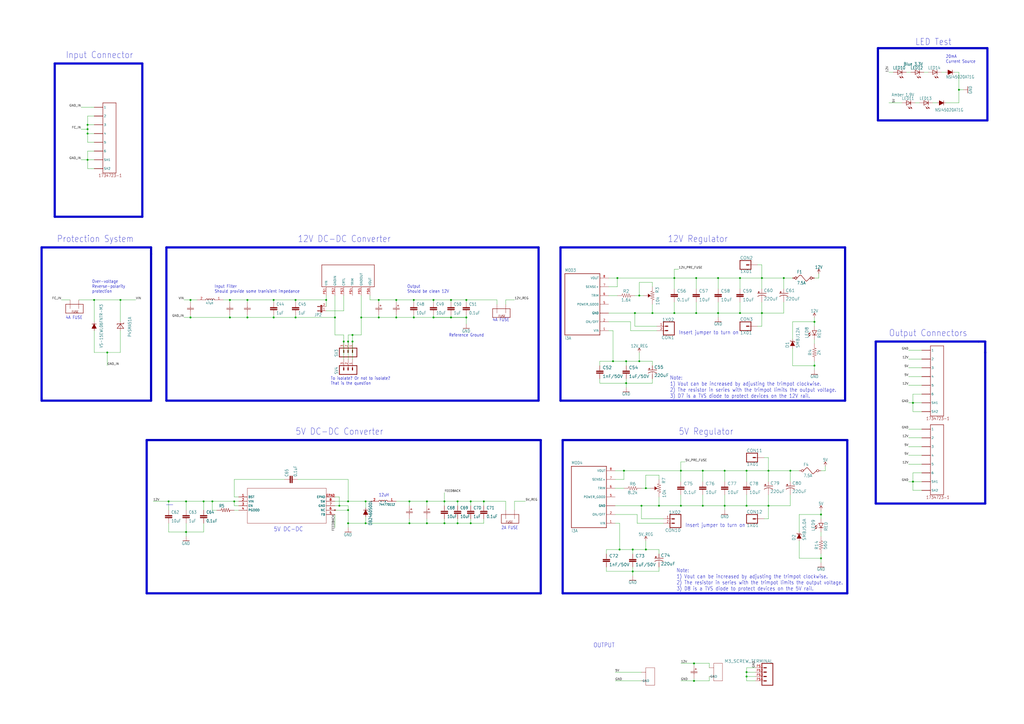
<source format=kicad_sch>
(kicad_sch (version 20230121) (generator eeschema)
  (paper "A2")
  (title_block (title "Fuel Cell Power Board") (rev "Version 2.0") (company "EcoCar"))
  (lib_symbols
    (symbol "FCC Power Board Aug 2022_OW-eagle-import:12V" (power)
      (property "Value" "12V" (at 0 2.794 0))
      (symbol "12V_1_0"
        (pin power_in line (at 0 0 90) (length 2.54) (name "12V") (number "1"))
      )
    )
    (symbol "FCC Power Board Aug 2022_OW-eagle-import:1X01"
      (property "Reference" "CON" (at -2.54 3.048 0))
      (symbol "1X01_1_0"
        (pin passive line (at 7.62 0 180) (length 5.08) (name "1") (number "1"))
      )
    )
    (symbol "FCC Power Board Aug 2022_OW-eagle-import:1X02"
      (property "Reference" "CON" (at -2.54 5.588 0))
      (symbol "1X02_1_0"
        (pin passive line (at 7.62 0 180) (length 5.08) (name "1") (number "1"))
        (pin passive line (at 7.62 2.54 180) (length 5.08) (name "2") (number "2"))
      )
    )
    (symbol "FCC Power Board Aug 2022_OW-eagle-import:2X1-CONN"
      (symbol "2X1-CONN_1_0"
        (pin bidirectional line (at -5.08 2.54 0) (length 0) (name "P$1") (number "CIRCUIT1"))
        (pin bidirectional line (at -5.08 -2.54 0) (length 0) (name "GND") (number "GND"))
      )
    )
    (symbol "FCC Power Board Aug 2022_OW-eagle-import:5555140-6"
      (symbol "5555140-6_1_0"
        (text "1734723-1" (at -5.08 -27.94 0) (effects (font (size 1.778 1.5113)) (justify left bottom)))
        (pin bidirectional line (at -7.62 12.7 0) (length 5.08) (name "1") (number "1"))
        (pin bidirectional line (at -7.62 7.62 0) (length 5.08) (name "2") (number "2"))
        (pin bidirectional line (at -7.62 2.54 0) (length 5.08) (name "3") (number "3"))
        (pin bidirectional line (at -7.62 -2.54 0) (length 5.08) (name "4") (number "4"))
        (pin bidirectional line (at -7.62 -7.62 0) (length 5.08) (name "5") (number "5"))
        (pin bidirectional line (at -7.62 -12.7 0) (length 5.08) (name "6") (number "6"))
        (pin bidirectional line (at -7.62 -17.78 0) (length 5.08) (name "SH1") (number "SH1"))
        (pin bidirectional line (at -7.62 -22.86 0) (length 5.08) (name "SH2") (number "SH2"))
      )
    )
    (symbol "FCC Power Board Aug 2022_OW-eagle-import:5V" (power)
      (property "Value" "5V" (at 0 2.794 0))
      (symbol "5V_1_0"
        (pin power_in line (at 0 0 90) (length 2.54) (name "5V") (number "1"))
      )
    )
    (symbol "FCC Power Board Aug 2022_OW-eagle-import:744770112"
      (symbol "744770112_1_0"
        (pin bidirectional line (at 7.62 0 180) (length 5.08) (name "+") (number "1"))
        (pin bidirectional line (at -7.62 0 0) (length 5.08) (name "-") (number "2"))
      )
    )
    (symbol "FCC Power Board Aug 2022_OW-eagle-import:ADP2302ARDZ-5.0-R7"
      (symbol "ADP2302ARDZ-5.0-R7_1_0"
        (pin passive line (at 2.54 0 0) (length 5.08) (name "BST") (number "1"))
        (pin input line (at 2.54 -2.54 0) (length 5.08) (name "VIN") (number "2"))
        (pin output line (at 2.54 -5.08 0) (length 5.08) (name "EN") (number "3"))
        (pin output line (at 2.54 -7.62 0) (length 5.08) (name "PGOOD") (number "4"))
        (pin input line (at 58.42 -10.16 180) (length 5.08) (name "FB") (number "5"))
        (pin no_connect line (at 58.42 -7.62 180) (length 5.08) (name "NC") (number "6"))
        (pin power_in line (at 58.42 -5.08 180) (length 5.08) (name "GND") (number "7"))
        (pin output line (at 58.42 -2.54 180) (length 5.08) (name "SW") (number "8"))
        (pin passive line (at 58.42 0 180) (length 5.08) (name "EPAD") (number "EPAD"))
      )
    )
    (symbol "FCC Power Board Aug 2022_OW-eagle-import:C-EUC0603"
      (property "Reference" "C" (at 1.524 0.381 0))
      (symbol "C-EUC0603_1_0"
        (pin passive line (at 0 2.54 270) (length 2.54) (name "1") (number "1"))
        (pin passive line (at 0 -5.08 90) (length 2.54) (name "2") (number "2"))
      )
    )
    (symbol "FCC Power Board Aug 2022_OW-eagle-import:C-EUC0805"
      (property "Reference" "C" (at 1.524 0.381 0))
      (symbol "C-EUC0805_1_0"
        (pin passive line (at 0 2.54 270) (length 2.54) (name "1") (number "1"))
        (pin passive line (at 0 -5.08 90) (length 2.54) (name "2") (number "2"))
      )
    )
    (symbol "FCC Power Board Aug 2022_OW-eagle-import:C-EUC1210"
      (property "Reference" "C" (at 1.524 0.381 0))
      (symbol "C-EUC1210_1_0"
        (pin passive line (at 0 2.54 270) (length 2.54) (name "1") (number "1"))
        (pin passive line (at 0 -5.08 90) (length 2.54) (name "2") (number "2"))
      )
    )
    (symbol "FCC Power Board Aug 2022_OW-eagle-import:CAPACITOR_0805"
      (property "Reference" "C" (at 1.524 2.921 0))
      (symbol "CAPACITOR_0805_1_0"
        (pin passive line (at 0 5.08 270) (length 2.54) (name "1") (number "1"))
        (pin passive line (at 0 -2.54 90) (length 2.54) (name "2") (number "2"))
      )
    )
    (symbol "FCC Power Board Aug 2022_OW-eagle-import:CAPACITOR_ELECTROLYTIC_220UF"
      (property "Reference" "C" (at 1.016 0.635 0))
      (symbol "CAPACITOR_ELECTROLYTIC_220UF_1_0"
        (pin passive line (at 0 2.54 270) (length 2.54) (name "+") (number "+"))
        (pin passive line (at 0 -5.08 90) (length 2.54) (name "-") (number "-"))
      )
    )
    (symbol "FCC Power Board Aug 2022_OW-eagle-import:CONVERTER_I3A"
      (property "Reference" "MOD" (at 0 36.576 0))
      (symbol "CONVERTER_I3A_1_0"
        (pin bidirectional line (at 25.4 2.54 180) (length 5.08) (name "VIN") (number "1"))
        (pin bidirectional line (at 25.4 7.62 180) (length 5.08) (name "ON/OFF") (number "2"))
        (pin bidirectional line (at 25.4 12.7 180) (length 5.08) (name "GND") (number "3"))
        (pin bidirectional line (at 25.4 12.7 180) (length 5.08) (name "GND") (number "4"))
        (pin bidirectional line (at 25.4 17.78 180) (length 5.08) (name "POWER_GOOD") (number "5"))
        (pin bidirectional line (at 25.4 22.86 180) (length 5.08) (name "TRIM") (number "6"))
        (pin bidirectional line (at 25.4 27.94 180) (length 5.08) (name "SENSE+") (number "7"))
        (pin bidirectional line (at 25.4 33.02 180) (length 5.08) (name "VOUT") (number "8"))
      )
    )
    (symbol "FCC Power Board Aug 2022_OW-eagle-import:DB2460500L"
      (symbol "DB2460500L_1_0"
        (pin passive line (at -2.54 0 0) (length 2.54) (name "A") (number "A"))
        (pin passive line (at 2.54 0 180) (length 2.54) (name "C") (number "C"))
      )
    )
    (symbol "FCC Power Board Aug 2022_OW-eagle-import:DIODE_TVS_UNI_DO-214AA"
      (property "Reference" "D" (at -2.54 2.032 0))
      (symbol "DIODE_TVS_UNI_DO-214AA_1_0"
        (pin passive line (at -2.54 0 0) (length 0) (name "A") (number "A"))
        (pin passive line (at 2.54 0 180) (length 0) (name "C") (number "C"))
      )
    )
    (symbol "FCC Power Board Aug 2022_OW-eagle-import:EEU-FC2A221"
      (symbol "EEU-FC2A221_1_0"
        (pin passive line (at 0 0 0) (length 2.54) (name "11") (number "1"))
        (pin passive line (at 7.62 0 180) (length 2.54) (name "22") (number "2"))
      )
    )
    (symbol "FCC Power Board Aug 2022_OW-eagle-import:EEUFR1H221B"
      (symbol "EEUFR1H221B_1_0"
        (pin passive line (at 0 0 0) (length 2.54) (name "11") (number "1"))
        (pin passive line (at 7.62 0 180) (length 2.54) (name "22") (number "2"))
      )
    )
    (symbol "FCC Power Board Aug 2022_OW-eagle-import:EcoCar-Miscellaneous_GND" (power)
      (property "Value" "EcoCar-Miscellaneous_GND" (at 0 -0.254 0))
      (symbol "EcoCar-Miscellaneous_GND_1_0"
        (pin power_in line (at 0 2.54 270) (length 2.54) (name "GND") (number "1"))
      )
    )
    (symbol "FCC Power Board Aug 2022_OW-eagle-import:FUSEHOLDER_VERTICAL"
      (property "Reference" "F" (at -5.08 2.54 0))
      (symbol "FUSEHOLDER_VERTICAL_1_0"
        (pin passive inverted (at -7.62 0 0) (length 2.54) (name "1") (number "1"))
        (pin passive inverted (at -7.62 0 0) (length 2.54) (name "1") (number "2"))
        (pin passive inverted (at 5.08 0 180) (length 2.54) (name "2") (number "3"))
        (pin passive inverted (at 5.08 0 180) (length 2.54) (name "2") (number "4"))
      )
    )
    (symbol "FCC Power Board Aug 2022_OW-eagle-import:GND" (power)
      (property "Value" "GND" (at -2.54 -2.54 0))
      (symbol "GND_1_0"
        (pin power_in line (at 0 2.54 270) (length 2.54) (name "GND") (number "1"))
      )
    )
    (symbol "FCC Power Board Aug 2022_OW-eagle-import:JP1E"
      (property "Reference" "JP" (at -1.27 0 90))
      (symbol "JP1E_1_0"
        (pin passive line (at 0 -2.54 90) (length 2.54) (name "1") (number "1"))
        (pin passive line (at 2.54 -2.54 90) (length 2.54) (name "2") (number "2"))
      )
    )
    (symbol "FCC Power Board Aug 2022_OW-eagle-import:LEDCHIPLED_0805"
      (property "Reference" "LED" (at 3.556 -4.572 90))
      (symbol "LEDCHIPLED_0805_1_0"
        (pin passive line (at 0 2.54 270) (length 2.54) (name "A") (number "A"))
        (pin passive line (at 0 -5.08 90) (length 2.54) (name "C") (number "C"))
      )
    )
    (symbol "FCC Power Board Aug 2022_OW-eagle-import:LED_0805"
      (property "Reference" "LED" (at -3.429 -4.572 90))
      (symbol "LED_0805_1_0"
        (pin passive line (at 0 2.54 270) (length 2.54) (name "A") (number "1"))
        (pin passive line (at 0 -5.08 90) (length 2.54) (name "C") (number "2"))
      )
    )
    (symbol "FCC Power Board Aug 2022_OW-eagle-import:M3_SCREW_TERMINAL"
      (symbol "M3_SCREW_TERMINAL_1_0"
        (pin passive line (at 5.08 -2.54 180) (length 5.08) (name "1") (number "P$1"))
        (pin passive line (at 5.08 0 180) (length 5.08) (name "2") (number "P$2"))
        (pin passive line (at 5.08 2.54 180) (length 5.08) (name "3") (number "P$3"))
        (pin passive line (at 5.08 5.08 180) (length 5.08) (name "4") (number "P$4"))
      )
    )
    (symbol "FCC Power Board Aug 2022_OW-eagle-import:MA03-1"
      (property "Reference" "SV" (at -1.27 5.842 0))
      (symbol "MA03-1_1_0"
        (pin passive line (at 7.62 -2.54 180) (length 5.08) (name "1") (number "1"))
        (pin passive line (at 7.62 0 180) (length 5.08) (name "2") (number "2"))
        (pin passive line (at 7.62 2.54 180) (length 5.08) (name "3") (number "3"))
      )
    )
    (symbol "FCC Power Board Aug 2022_OW-eagle-import:NSI45020AT1G"
      (symbol "NSI45020AT1G_1_0"
        (pin passive line (at -2.54 0 0) (length 2.54) (name "A") (number "A"))
        (pin passive line (at 2.54 0 180) (length 2.54) (name "C") (number "C"))
      )
    )
    (symbol "FCC Power Board Aug 2022_OW-eagle-import:P4SMA51A"
      (symbol "P4SMA51A_1_0"
        (pin passive line (at -2.54 0 0) (length 2.54) (name "A") (number "A"))
        (pin passive line (at 2.54 0 180) (length 2.54) (name "C") (number "K"))
      )
    )
    (symbol "FCC Power Board Aug 2022_OW-eagle-import:PA4320"
      (symbol "PA4320_1_0"
        (pin bidirectional line (at 7.62 0 180) (length 5.08) (name "+") (number "1"))
        (pin bidirectional line (at -7.62 0 0) (length 5.08) (name "-") (number "2"))
      )
    )
    (symbol "FCC Power Board Aug 2022_OW-eagle-import:R-US_R0603"
      (property "Reference" "R" (at -3.81 1.4986 0))
      (symbol "R-US_R0603_1_0"
        (pin passive line (at -5.08 0 0) (length 2.54) (name "1") (number "1"))
        (pin passive line (at 5.08 0 180) (length 2.54) (name "2") (number "2"))
      )
    )
    (symbol "FCC Power Board Aug 2022_OW-eagle-import:RESISTOR_0805"
      (property "Reference" "R" (at 0 1.524 0))
      (symbol "RESISTOR_0805_1_0"
        (pin passive line (at -5.08 0 0) (length 2.54) (name "1") (number "1"))
        (pin passive line (at 5.08 0 180) (length 2.54) (name "2") (number "2"))
      )
    )
    (symbol "FCC Power Board Aug 2022_OW-eagle-import:RESISTOR_TRIMPOT"
      (property "Reference" "R" (at -1.524 2.54 90))
      (symbol "RESISTOR_TRIMPOT_1_0"
        (pin passive line (at 0 5.08 270) (length 2.54) (name "CCW") (number "1"))
        (pin passive line (at 5.08 0 180) (length 2.54) (name "WIPER") (number "2"))
        (pin passive line (at 0 -5.08 90) (length 2.54) (name "CW") (number "3"))
      )
    )
    (symbol "FCC Power Board Aug 2022_OW-eagle-import:RPA60-2412SFW_P"
      (symbol "RPA60-2412SFW_P_1_0"
        (pin bidirectional line (at -5.08 15.24 0) (length 5.08) (name "VIN") (number "P$1"))
        (pin bidirectional line (at -5.08 10.16 0) (length 5.08) (name "GNDIN") (number "P$2"))
        (pin bidirectional line (at -5.08 5.08 0) (length 5.08) (name "CRTL") (number "P$3"))
        (pin bidirectional line (at -5.08 0 0) (length 5.08) (name "TRIM") (number "P$4"))
        (pin bidirectional line (at -5.08 -5.08 0) (length 5.08) (name "GNDOUT") (number "P$5"))
        (pin bidirectional line (at -5.08 -10.16 0) (length 5.08) (name "VOUT") (number "P$6"))
      )
    )
    (symbol "FCC Power Board Aug 2022_OW-eagle-import:SHELL2013_FUSEMINI-BLADE"
      (symbol "SHELL2013_FUSEMINI-BLADE_1_0"
        (text "FUSE" (at -2.54 0 0) (effects (font (size 1.27 1.0795)) (justify left bottom)))
        (pin bidirectional line (at -2.54 7.62 270) (length 5.08) (name "IN") (number "IN"))
        (pin bidirectional line (at 2.54 7.62 270) (length 5.08) (name "OUT") (number "OUT"))
      )
    )
    (symbol "FCC Power Board Aug 2022_OW-eagle-import:VIN" (power)
      (property "Value" "VIN" (at 0 2.794 0))
      (symbol "VIN_1_0"
        (pin power_in line (at 0 0 90) (length 2.54) (name "VIN") (number "1"))
      )
    )
    (symbol "FCC Power Board Aug 2022_OW-eagle-import:VS-15EWL06FNTR-M3"
      (symbol "VS-15EWL06FNTR-M3_1_0"
        (pin passive line (at -2.54 0 0) (length 2.54) (name "A") (number "1"))
        (pin passive line (at -2.54 0 0) (length 2.54) (name "A") (number "2"))
        (pin passive line (at 2.54 0 180) (length 2.54) (name "C") (number "3"))
      )
    )
  )
  (junction (at 363.22 222.25))
  (junction (at 201.93 290.83))
  (junction (at 209.55 184.15))
  (junction (at 135.89 290.83))
  (junction (at 394.97 293.37))
  (junction (at 370.84 171.45))
  (junction (at 391.16 181.61))
  (junction (at 196.85 293.37))
  (junction (at 201.93 303.53))
  (junction (at 370.84 209.55))
  (junction (at 107.95 290.83))
  (junction (at 50.8 74.93))
  (junction (at 441.96 161.29))
  (junction (at 433.07 389.89))
  (junction (at 54.61 173.99))
  (junction (at 118.11 290.83))
  (junction (at 403.86 161.29))
  (junction (at 171.45 184.15))
  (junction (at 472.44 186.69))
  (junction (at 407.67 293.37))
  (junction (at 158.75 184.15))
  (junction (at 194.31 184.15))
  (junction (at 110.49 173.99))
  (junction (at 374.65 283.21))
  (junction (at 391.16 161.29))
  (junction (at 261.62 173.99))
  (junction (at 378.46 181.61))
  (junction (at 402.59 394.97))
  (junction (at 420.37 293.37))
  (junction (at 363.22 209.55))
  (junction (at 273.05 303.53))
  (junction (at 110.49 184.15))
  (junction (at 445.77 293.37))
  (junction (at 50.8 92.71))
  (junction (at 433.07 273.05))
  (junction (at 171.45 173.99))
  (junction (at 158.75 173.99))
  (junction (at 240.03 184.15))
  (junction (at 201.93 198.12))
  (junction (at 257.81 290.83))
  (junction (at 458.47 273.05))
  (junction (at 261.62 184.15))
  (junction (at 251.46 173.99))
  (junction (at 237.49 303.53))
  (junction (at 212.09 290.83))
  (junction (at 69.85 173.99))
  (junction (at 123.19 290.83))
  (junction (at 529.59 233.68))
  (junction (at 454.66 161.29))
  (junction (at 265.43 290.83))
  (junction (at 445.77 273.05))
  (junction (at 280.67 290.83))
  (junction (at 416.56 161.29))
  (junction (at 355.6 209.55))
  (junction (at 107.95 308.61))
  (junction (at 433.07 392.43))
  (junction (at 420.37 273.05))
  (junction (at 133.35 173.99))
  (junction (at 199.39 198.12))
  (junction (at 204.47 194.31))
  (junction (at 189.23 173.99))
  (junction (at 219.71 173.99))
  (junction (at 374.65 318.77))
  (junction (at 212.09 303.53))
  (junction (at 367.03 318.77))
  (junction (at 201.93 295.91))
  (junction (at 361.95 273.05))
  (junction (at 50.8 77.47))
  (junction (at 394.97 273.05))
  (junction (at 433.07 293.37))
  (junction (at 204.47 198.12))
  (junction (at 270.51 184.15))
  (junction (at 143.51 173.99))
  (junction (at 556.26 52.07))
  (junction (at 240.03 173.99))
  (junction (at 402.59 384.81))
  (junction (at 229.87 173.99))
  (junction (at 97.79 290.83))
  (junction (at 265.43 303.53))
  (junction (at 372.11 293.37))
  (junction (at 472.44 212.09))
  (junction (at 50.8 72.39))
  (junction (at 416.56 181.61))
  (junction (at 429.26 181.61))
  (junction (at 251.46 184.15))
  (junction (at 368.3 181.61))
  (junction (at 382.27 293.37))
  (junction (at 143.51 184.15))
  (junction (at 237.49 290.83))
  (junction (at 358.14 161.29))
  (junction (at 407.67 273.05))
  (junction (at 257.81 303.53))
  (junction (at 247.65 290.83))
  (junction (at 367.03 331.47))
  (junction (at 62.23 204.47))
  (junction (at 476.25 298.45))
  (junction (at 133.35 184.15))
  (junction (at 529.59 279.4))
  (junction (at 429.26 161.29))
  (junction (at 229.87 184.15))
  (junction (at 273.05 290.83))
  (junction (at 441.96 181.61))
  (junction (at 270.51 173.99))
  (junction (at 359.41 318.77))
  (junction (at 403.86 181.61))
  (junction (at 219.71 184.15))
  (junction (at 247.65 303.53))
  (junction (at 476.25 323.85))
  (wire (pts (xy 356.87 278.13) (xy 361.95 278.13)) (stroke (width 0.1524)))
  (wire (pts (xy 212.09 303.53) (xy 237.49 303.53)) (stroke (width 0.1524)))
  (wire (pts (xy 391.16 167.64) (xy 391.16 161.29)) (stroke (width 0.1524)))
  (wire (pts (xy 378.46 176.53) (xy 378.46 181.61)) (stroke (width 0.1524)))
  (wire (pts (xy 433.07 392.43) (xy 433.07 394.97)) (stroke (width 0.1524)))
  (wire (pts (xy 443.23 265.43) (xy 445.77 265.43)) (stroke (width 0.1524)))
  (wire (pts (xy 369.57 298.45) (xy 369.57 303.53)) (stroke (width 0.1524)))
  (wire (pts (xy 394.97 287.02) (xy 394.97 293.37)) (stroke (width 0.1524)))
  (wire (pts (xy 472.44 209.55) (xy 472.44 212.09)) (stroke (width 0.1524)))
  (wire (pts (xy 445.77 279.4) (xy 445.77 273.05)) (stroke (width 0.1524)))
  (wire (pts (xy 54.61 92.71) (xy 53.34 92.71)))
  (wire (pts (xy 361.95 273.05) (xy 394.97 273.05)) (stroke (width 0.1524)))
  (wire (pts (xy 358.14 161.29) (xy 391.16 161.29)) (stroke (width 0.1524)))
  (wire (pts (xy 351.79 321.31) (xy 351.79 318.77)) (stroke (width 0.1524)))
  (wire (pts (xy 397.51 267.97) (xy 394.97 267.97)) (stroke (width 0.1524)))
  (wire (pts (xy 229.87 184.15) (xy 240.03 184.15)))
  (wire (pts (xy 420.37 279.4) (xy 420.37 273.05)) (stroke (width 0.1524)))
  (wire (pts (xy 107.95 303.53) (xy 107.95 308.61)) (stroke (width 0.1524)))
  (polyline (pts (xy 96.52 143.51) (xy 312.42 143.51)) (stroke (width 1.27) (type solid)))
  (wire (pts (xy 529.59 274.32) (xy 534.67 274.32)) (stroke (width 0.1524)))
  (wire (pts (xy 237.49 293.37) (xy 237.49 290.83)) (stroke (width 0.1524)))
  (wire (pts (xy 265.43 293.37) (xy 265.43 290.83)) (stroke (width 0.1524)))
  (wire (pts (xy 382.27 318.77) (xy 382.27 321.31)) (stroke (width 0.1524)))
  (wire (pts (xy 356.87 303.53) (xy 359.41 303.53)) (stroke (width 0.1524)))
  (wire (pts (xy 229.87 175.26) (xy 229.87 173.99)) (stroke (width 0.1524)))
  (wire (pts (xy 445.77 293.37) (xy 458.47 293.37)) (stroke (width 0.1524)))
  (polyline (pts (xy 508 198.12) (xy 508 292.1)) (stroke (width 1.27) (type solid)))
  (wire (pts (xy 133.35 182.88) (xy 133.35 184.15)))
  (polyline (pts (xy 87.63 232.41) (xy 87.63 147.32)) (stroke (width 1.27) (type solid)))
  (wire (pts (xy 209.55 184.15) (xy 209.55 194.31)) (stroke (width 0.1524)))
  (wire (pts (xy 204.47 198.12) (xy 204.47 208.28)) (stroke (width 0.1524)))
  (wire (pts (xy 189.23 180.34) (xy 199.39 180.34)) (stroke (width 0.1524)))
  (wire (pts (xy 118.11 290.83) (xy 107.95 290.83)) (stroke (width 0.1524)))
  (wire (pts (xy 69.85 173.99) (xy 78.74 173.99)) (stroke (width 0.1524)))
  (wire (pts (xy 50.8 72.39) (xy 50.8 67.31)) (stroke (width 0.1524)))
  (polyline (pts (xy 31.75 36.83) (xy 82.55 36.83)) (stroke (width 1.27) (type solid)))
  (wire (pts (xy 199.39 180.34) (xy 199.39 171.45)) (stroke (width 0.1524)))
  (wire (pts (xy 88.9 290.83) (xy 97.79 290.83)))
  (wire (pts (xy 214.63 173.99) (xy 219.71 173.99)) (stroke (width 0.1524)))
  (wire (pts (xy 394.97 267.97) (xy 394.97 273.05)) (stroke (width 0.1524)))
  (wire (pts (xy 50.8 87.63) (xy 52.07 87.63)) (stroke (width 0.1524)))
  (wire (pts (xy 97.79 308.61) (xy 97.79 303.53)) (stroke (width 0.1524)))
  (wire (pts (xy 463.55 298.45) (xy 463.55 308.61)) (stroke (width 0.1524)))
  (wire (pts (xy 212.09 303.53) (xy 212.09 299.72)) (stroke (width 0.1524)))
  (polyline (pts (xy 490.22 232.41) (xy 325.12 232.41)) (stroke (width 1.27) (type solid)))
  (wire (pts (xy 361.95 273.05) (xy 356.87 273.05)) (stroke (width 0.1524)))
  (wire (pts (xy 463.55 323.85) (xy 476.25 323.85)) (stroke (width 0.1524)))
  (wire (pts (xy 123.19 295.91) (xy 125.73 295.91)) (stroke (width 0.1524)))
  (wire (pts (xy 556.26 41.91) (xy 553.72 41.91)) (stroke (width 0.1524)))
  (polyline (pts (xy 491.49 344.17) (xy 326.39 344.17)) (stroke (width 1.27) (type solid)))
  (wire (pts (xy 273.05 303.53) (xy 280.67 303.53)) (stroke (width 0.1524)))
  (wire (pts (xy 261.62 182.88) (xy 261.62 184.15)))
  (wire (pts (xy 454.66 167.64) (xy 454.66 161.29)) (stroke (width 0.1524)))
  (wire (pts (xy 107.95 290.83) (xy 97.79 290.83)) (stroke (width 0.1524)))
  (wire (pts (xy 251.46 175.26) (xy 251.46 173.99)) (stroke (width 0.1524)))
  (polyline (pts (xy 508 292.1) (xy 571.5 292.1)) (stroke (width 1.27) (type solid)))
  (wire (pts (xy 247.65 293.37) (xy 247.65 290.83)) (stroke (width 0.1524)))
  (wire (pts (xy 355.6 191.77) (xy 355.6 209.55)) (stroke (width 0.1524)))
  (wire (pts (xy 201.93 290.83) (xy 194.31 290.83)) (stroke (width 0.1524)))
  (wire (pts (xy 69.85 173.99) (xy 69.85 186.69)) (stroke (width 0.1524)))
  (wire (pts (xy 394.97 384.81) (xy 402.59 384.81)) (stroke (width 0.1524)))
  (wire (pts (xy 459.74 212.09) (xy 472.44 212.09)) (stroke (width 0.1524)))
  (wire (pts (xy 403.86 161.29) (xy 416.56 161.29)) (stroke (width 0.1524)))
  (wire (pts (xy 194.31 298.45) (xy 194.31 306.07)) (stroke (width 0.1524)))
  (wire (pts (xy 403.86 181.61) (xy 416.56 181.61)) (stroke (width 0.1524)))
  (wire (pts (xy 261.62 175.26) (xy 261.62 173.99)) (stroke (width 0.1524)))
  (wire (pts (xy 273.05 300.99) (xy 273.05 303.53)) (stroke (width 0.1524)))
  (wire (pts (xy 135.89 295.91) (xy 138.43 295.91)) (stroke (width 0.1524)))
  (polyline (pts (xy 567.69 198.12) (xy 571.5 198.12)) (stroke (width 1.27) (type solid)))
  (wire (pts (xy 370.84 209.55) (xy 378.46 209.55)) (stroke (width 0.1524)))
  (wire (pts (xy 237.49 300.99) (xy 237.49 303.53)) (stroke (width 0.1524)))
  (wire (pts (xy 454.66 175.26) (xy 454.66 181.61)) (stroke (width 0.1524)))
  (wire (pts (xy 196.85 288.29) (xy 196.85 293.37)) (stroke (width 0.1524)))
  (polyline (pts (xy 509.27 27.94) (xy 572.77 27.94)) (stroke (width 1.27) (type solid)))
  (wire (pts (xy 378.46 163.83) (xy 370.84 163.83)) (stroke (width 0.1524)))
  (wire (pts (xy 374.65 283.21) (xy 377.19 283.21)) (stroke (width 0.1524)))
  (wire (pts (xy 382.27 293.37) (xy 394.97 293.37)) (stroke (width 0.1524)))
  (wire (pts (xy 534.67 233.68) (xy 529.59 233.68)) (stroke (width 0.1524)))
  (wire (pts (xy 110.49 173.99) (xy 106.68 173.99)) (stroke (width 0.1524)))
  (wire (pts (xy 201.93 293.37) (xy 201.93 295.91)) (stroke (width 0.1524)))
  (wire (pts (xy 209.55 171.45) (xy 209.55 184.15)) (stroke (width 0.1524)))
  (wire (pts (xy 429.26 175.26) (xy 429.26 181.61)) (stroke (width 0.1524)))
  (wire (pts (xy 463.55 313.69) (xy 463.55 323.85)) (stroke (width 0.1524)))
  (polyline (pts (xy 509.27 27.94) (xy 509.27 69.85)) (stroke (width 1.27) (type solid)))
  (wire (pts (xy 441.96 189.23) (xy 439.42 189.23)) (stroke (width 0.1524)))
  (wire (pts (xy 476.25 321.31) (xy 476.25 323.85)) (stroke (width 0.1524)))
  (wire (pts (xy 402.59 394.97) (xy 394.97 394.97)) (stroke (width 0.1524)))
  (wire (pts (xy 201.93 303.53) (xy 212.09 303.53)) (stroke (width 0.1524)))
  (wire (pts (xy 478.79 273.05) (xy 478.79 270.51)) (stroke (width 0.1524)))
  (wire (pts (xy 270.51 184.15) (xy 270.51 187.96)) (stroke (width 0.1524)))
  (wire (pts (xy 529.59 238.76) (xy 529.59 233.68)) (stroke (width 0.1524)))
  (polyline (pts (xy 326.39 255.27) (xy 326.39 344.17)) (stroke (width 1.27) (type solid)))
  (wire (pts (xy 199.39 194.31) (xy 199.39 198.12)) (stroke (width 0.1524)))
  (wire (pts (xy 372.11 293.37) (xy 356.87 293.37)) (stroke (width 0.1524)))
  (wire (pts (xy 472.44 212.09) (xy 472.44 214.63)) (stroke (width 0.1524)))
  (wire (pts (xy 370.84 163.83) (xy 370.84 171.45)) (stroke (width 0.1524)))
  (wire (pts (xy 402.59 393.7) (xy 402.59 394.97)))
  (wire (pts (xy 370.84 204.47) (xy 370.84 209.55)) (stroke (width 0.1524)))
  (wire (pts (xy 201.93 303.53) (xy 201.93 306.07)) (stroke (width 0.1524)))
  (wire (pts (xy 118.11 295.91) (xy 118.11 290.83)) (stroke (width 0.1524)))
  (wire (pts (xy 257.81 300.99) (xy 257.81 303.53)) (stroke (width 0.1524)))
  (wire (pts (xy 50.8 67.31) (xy 54.61 67.31)) (stroke (width 0.1524)))
  (wire (pts (xy 367.03 328.93) (xy 367.03 331.47)) (stroke (width 0.1524)))
  (wire (pts (xy 372.11 389.89) (xy 356.87 389.89)) (stroke (width 0.1524)))
  (wire (pts (xy 529.59 284.48) (xy 529.59 279.4)) (stroke (width 0.1524)))
  (wire (pts (xy 194.31 184.15) (xy 194.31 194.31)) (stroke (width 0.1524)))
  (wire (pts (xy 212.09 290.83) (xy 214.63 290.83)) (stroke (width 0.1524)))
  (polyline (pts (xy 31.75 125.73) (xy 31.75 36.83)) (stroke (width 1.27) (type solid)))
  (polyline (pts (xy 572.77 27.94) (xy 572.77 69.85)) (stroke (width 1.27) (type solid)))
  (wire (pts (xy 529.59 233.68) (xy 529.59 228.6)) (stroke (width 0.1524)))
  (wire (pts (xy 378.46 222.25) (xy 378.46 219.71)) (stroke (width 0.1524)))
  (wire (pts (xy 438.15 392.43) (xy 433.07 392.43)) (stroke (width 0.1524)))
  (wire (pts (xy 529.59 279.4) (xy 529.59 274.32)) (stroke (width 0.1524)))
  (wire (pts (xy 62.23 204.47) (xy 69.85 204.47)) (stroke (width 0.1524)))
  (wire (pts (xy 135.89 293.37) (xy 138.43 293.37)) (stroke (width 0.1524)))
  (wire (pts (xy 204.47 194.31) (xy 201.93 194.31)) (stroke (width 0.1524)))
  (wire (pts (xy 261.62 184.15) (xy 270.51 184.15)))
  (wire (pts (xy 351.79 318.77) (xy 359.41 318.77)) (stroke (width 0.1524)))
  (wire (pts (xy 133.35 184.15) (xy 143.51 184.15)) (stroke (width 0.1524)))
  (wire (pts (xy 472.44 186.69) (xy 472.44 184.15)) (stroke (width 0.1524)))
  (wire (pts (xy 280.67 293.37) (xy 280.67 290.83)) (stroke (width 0.1524)))
  (wire (pts (xy 529.59 279.4) (xy 527.05 279.4)) (stroke (width 0.1524)))
  (wire (pts (xy 445.77 287.02) (xy 445.77 293.37)) (stroke (width 0.1524)))
  (polyline (pts (xy 31.75 125.73) (xy 82.55 125.73)) (stroke (width 1.27) (type solid)))
  (wire (pts (xy 280.67 303.53) (xy 280.67 300.99)) (stroke (width 0.1524)))
  (wire (pts (xy 382.27 288.29) (xy 382.27 293.37)) (stroke (width 0.1524)))
  (wire (pts (xy 135.89 288.29) (xy 138.43 288.29)) (stroke (width 0.1524)))
  (wire (pts (xy 534.67 213.36) (xy 527.05 213.36)) (stroke (width 0.1524)))
  (wire (pts (xy 529.59 233.68) (xy 527.05 233.68)) (stroke (width 0.1524)))
  (wire (pts (xy 143.51 175.26) (xy 143.51 173.99)) (stroke (width 0.1524)))
  (wire (pts (xy 411.48 392.43) (xy 411.48 394.97)) (stroke (width 0.1524)))
  (wire (pts (xy 50.8 82.55) (xy 50.8 77.47)) (stroke (width 0.1524)))
  (wire (pts (xy 135.89 278.13) (xy 165.1 278.13)) (stroke (width 0.1524)))
  (wire (pts (xy 420.37 273.05) (xy 433.07 273.05)) (stroke (width 0.1524)))
  (wire (pts (xy 257.81 293.37) (xy 257.81 290.83)) (stroke (width 0.1524)))
  (wire (pts (xy 363.22 209.55) (xy 363.22 212.09)) (stroke (width 0.1524)))
  (wire (pts (xy 353.06 166.37) (xy 358.14 166.37)) (stroke (width 0.1524)))
  (wire (pts (xy 433.07 293.37) (xy 445.77 293.37)) (stroke (width 0.1524)))
  (wire (pts (xy 527.05 248.92) (xy 534.67 248.92)) (stroke (width 0.1524)))
  (wire (pts (xy 50.8 74.93) (xy 50.8 72.39)) (stroke (width 0.1524)))
  (wire (pts (xy 527.05 203.2) (xy 534.67 203.2)) (stroke (width 0.1524)))
  (wire (pts (xy 123.19 295.91) (xy 123.19 290.83)) (stroke (width 0.1524)))
  (wire (pts (xy 201.93 295.91) (xy 201.93 303.53)) (stroke (width 0.1524)))
  (wire (pts (xy 54.61 72.39) (xy 53.34 72.39)))
  (wire (pts (xy 356.87 298.45) (xy 369.57 298.45)) (stroke (width 0.1524)))
  (wire (pts (xy 534.67 269.24) (xy 527.05 269.24)) (stroke (width 0.1524)))
  (polyline (pts (xy 96.52 232.41) (xy 312.42 232.41)) (stroke (width 1.27) (type solid)))
  (wire (pts (xy 54.61 204.47) (xy 62.23 204.47)) (stroke (width 0.1524)))
  (wire (pts (xy 370.84 171.45) (xy 373.38 171.45)) (stroke (width 0.1524)))
  (wire (pts (xy 54.61 191.77) (xy 54.61 204.47)) (stroke (width 0.1524)))
  (wire (pts (xy 107.95 295.91) (xy 107.95 290.83)) (stroke (width 0.1524)))
  (wire (pts (xy 199.39 198.12) (xy 199.39 208.28)) (stroke (width 0.1524)))
  (wire (pts (xy 382.27 275.59) (xy 374.65 275.59)) (stroke (width 0.1524)))
  (wire (pts (xy 118.11 303.53) (xy 118.11 308.61)) (stroke (width 0.1524)))
  (wire (pts (xy 374.65 313.69) (xy 374.65 318.77)) (stroke (width 0.1524)))
  (wire (pts (xy 411.48 394.97) (xy 402.59 394.97)) (stroke (width 0.1524)))
  (polyline (pts (xy 313.69 344.17) (xy 313.69 255.27)) (stroke (width 1.27) (type solid)))
  (wire (pts (xy 118.11 308.61) (xy 107.95 308.61)) (stroke (width 0.1524)))
  (wire (pts (xy 454.66 161.29) (xy 459.74 161.29)) (stroke (width 0.1524)))
  (wire (pts (xy 347.98 219.71) (xy 347.98 222.25)) (stroke (width 0.1524)))
  (wire (pts (xy 361.95 278.13) (xy 361.95 273.05)) (stroke (width 0.1524)))
  (wire (pts (xy 251.46 184.15) (xy 261.62 184.15)))
  (wire (pts (xy 441.96 181.61) (xy 454.66 181.61)) (stroke (width 0.1524)))
  (wire (pts (xy 143.51 173.99) (xy 133.35 173.99)) (stroke (width 0.1524)))
  (wire (pts (xy 50.8 77.47) (xy 50.8 74.93)) (stroke (width 0.1524)))
  (wire (pts (xy 556.26 52.07) (xy 558.8 52.07)) (stroke (width 0.1524)))
  (wire (pts (xy 240.03 182.88) (xy 240.03 184.15)))
  (wire (pts (xy 472.44 161.29) (xy 474.98 161.29)) (stroke (width 0.1524)))
  (wire (pts (xy 433.07 389.89) (xy 433.07 392.43)) (stroke (width 0.1524)))
  (wire (pts (xy 518.16 41.91) (xy 515.62 41.91)) (stroke (width 0.1524)))
  (wire (pts (xy 459.74 201.93) (xy 459.74 212.09)) (stroke (width 0.1524)))
  (wire (pts (xy 270.51 173.99) (xy 288.29 173.99)) (stroke (width 0.1524)))
  (wire (pts (xy 476.25 273.05) (xy 478.79 273.05)) (stroke (width 0.1524)))
  (wire (pts (xy 394.97 293.37) (xy 407.67 293.37)) (stroke (width 0.1524)))
  (polyline (pts (xy 571.5 198.12) (xy 571.5 204.47)) (stroke (width 1.27) (type solid)))
  (wire (pts (xy 372.11 283.21) (xy 374.65 283.21)) (stroke (width 0.1524)))
  (wire (pts (xy 351.79 331.47) (xy 367.03 331.47)) (stroke (width 0.1524)))
  (wire (pts (xy 429.26 181.61) (xy 441.96 181.61)) (stroke (width 0.1524)))
  (wire (pts (xy 171.45 184.15) (xy 194.31 184.15)) (stroke (width 0.1524)))
  (wire (pts (xy 123.19 290.83) (xy 135.89 290.83)) (stroke (width 0.1524)))
  (wire (pts (xy 143.51 184.15) (xy 158.75 184.15)) (stroke (width 0.1524)))
  (wire (pts (xy 270.51 184.15) (xy 270.51 182.88)) (stroke (width 0.1524)))
  (wire (pts (xy 391.16 161.29) (xy 403.86 161.29)) (stroke (width 0.1524)))
  (wire (pts (xy 107.95 308.61) (xy 107.95 311.15)) (stroke (width 0.1524)))
  (wire (pts (xy 298.45 290.83) (xy 298.45 295.91)) (stroke (width 0.1524)))
  (wire (pts (xy 40.64 173.99) (xy 35.56 173.99)) (stroke (width 0.1524)))
  (wire (pts (xy 391.16 156.21) (xy 391.16 161.29)) (stroke (width 0.1524)))
  (wire (pts (xy 257.81 290.83) (xy 265.43 290.83)) (stroke (width 0.1524)))
  (wire (pts (xy 353.06 171.45) (xy 358.14 171.45)) (stroke (width 0.1524)))
  (wire (pts (xy 394.97 279.4) (xy 394.97 273.05)) (stroke (width 0.1524)))
  (wire (pts (xy 403.86 167.64) (xy 403.86 161.29)) (stroke (width 0.1524)))
  (wire (pts (xy 54.61 62.23) (xy 53.34 62.23)))
  (wire (pts (xy 548.64 59.69) (xy 556.26 59.69)) (stroke (width 0.1524)))
  (wire (pts (xy 45.72 173.99) (xy 54.61 173.99)) (stroke (width 0.1524)))
  (wire (pts (xy 54.61 173.99) (xy 54.61 186.69)) (stroke (width 0.1524)))
  (wire (pts (xy 347.98 212.09) (xy 347.98 209.55)) (stroke (width 0.1524)))
  (wire (pts (xy 472.44 186.69) (xy 459.74 186.69)) (stroke (width 0.1524)))
  (wire (pts (xy 62.23 204.47) (xy 62.23 212.09)) (stroke (width 0.1524)))
  (wire (pts (xy 368.3 181.61) (xy 353.06 181.61)) (stroke (width 0.1524)))
  (wire (pts (xy 441.96 175.26) (xy 441.96 181.61)) (stroke (width 0.1524)))
  (wire (pts (xy 201.93 290.83) (xy 212.09 290.83)) (stroke (width 0.1524)))
  (wire (pts (xy 265.43 300.99) (xy 265.43 303.53)) (stroke (width 0.1524)))
  (wire (pts (xy 458.47 287.02) (xy 458.47 293.37)) (stroke (width 0.1524)))
  (polyline (pts (xy 24.13 232.41) (xy 24.13 231.14)) (stroke (width 1.27) (type solid)))
  (wire (pts (xy 438.15 387.35) (xy 433.07 387.35)) (stroke (width 0.1524)))
  (wire (pts (xy 420.37 287.02) (xy 420.37 293.37)) (stroke (width 0.1524)))
  (wire (pts (xy 441.96 161.29) (xy 454.66 161.29)) (stroke (width 0.1524)))
  (wire (pts (xy 46.99 74.93) (xy 50.8 74.93)))
  (wire (pts (xy 214.63 171.45) (xy 214.63 173.99)) (stroke (width 0.1524)))
  (wire (pts (xy 394.97 273.05) (xy 407.67 273.05)) (stroke (width 0.1524)))
  (wire (pts (xy 247.65 300.99) (xy 247.65 303.53)) (stroke (width 0.1524)))
  (wire (pts (xy 407.67 287.02) (xy 407.67 293.37)) (stroke (width 0.1524)))
  (polyline (pts (xy 96.52 232.41) (xy 96.52 143.51)) (stroke (width 1.27) (type solid)))
  (wire (pts (xy 135.89 290.83) (xy 138.43 290.83)) (stroke (width 0.1524)))
  (wire (pts (xy 359.41 318.77) (xy 367.03 318.77)) (stroke (width 0.1524)))
  (polyline (pts (xy 24.13 231.14) (xy 24.13 143.51)) (stroke (width 1.27) (type solid)))
  (wire (pts (xy 135.89 290.83) (xy 135.89 293.37)) (stroke (width 0.1524)))
  (wire (pts (xy 247.65 303.53) (xy 257.81 303.53)) (stroke (width 0.1524)))
  (wire (pts (xy 363.22 219.71) (xy 363.22 222.25)) (stroke (width 0.1524)))
  (wire (pts (xy 378.46 209.55) (xy 378.46 212.09)) (stroke (width 0.1524)))
  (wire (pts (xy 384.81 300.99) (xy 372.11 300.99)) (stroke (width 0.1524)))
  (wire (pts (xy 407.67 293.37) (xy 420.37 293.37)) (stroke (width 0.1524)))
  (wire (pts (xy 201.93 194.31) (xy 201.93 198.12)) (stroke (width 0.1524)))
  (wire (pts (xy 353.06 191.77) (xy 355.6 191.77)) (stroke (width 0.1524)))
  (wire (pts (xy 251.46 182.88) (xy 251.46 184.15)))
  (wire (pts (xy 219.71 182.88) (xy 219.71 184.15)))
  (wire (pts (xy 391.16 175.26) (xy 391.16 181.61)) (stroke (width 0.1524)))
  (wire (pts (xy 280.67 290.83) (xy 293.37 290.83)) (stroke (width 0.1524)))
  (wire (pts (xy 143.51 182.88) (xy 143.51 184.15)))
  (wire (pts (xy 534.67 264.16) (xy 527.05 264.16)) (stroke (width 0.1524)))
  (wire (pts (xy 171.45 175.26) (xy 171.45 173.99)) (stroke (width 0.1524)))
  (wire (pts (xy 265.43 290.83) (xy 273.05 290.83)) (stroke (width 0.1524)))
  (polyline (pts (xy 24.13 143.51) (xy 87.63 143.51)) (stroke (width 1.27) (type solid)))
  (wire (pts (xy 458.47 273.05) (xy 463.55 273.05)) (stroke (width 0.1524)))
  (polyline (pts (xy 82.55 125.73) (xy 82.55 36.83)) (stroke (width 1.27) (type solid)))
  (wire (pts (xy 219.71 173.99) (xy 229.87 173.99)) (stroke (width 0.1524)))
  (wire (pts (xy 270.51 173.99) (xy 270.51 175.26)) (stroke (width 0.1524)))
  (wire (pts (xy 194.31 288.29) (xy 196.85 288.29)) (stroke (width 0.1524)))
  (polyline (pts (xy 326.39 255.27) (xy 491.49 255.27)) (stroke (width 1.27) (type solid)))
  (wire (pts (xy 525.78 41.91) (xy 528.32 41.91)) (stroke (width 0.1524)))
  (wire (pts (xy 293.37 173.99) (xy 298.45 173.99)) (stroke (width 0.1524)))
  (wire (pts (xy 416.56 175.26) (xy 416.56 181.61)) (stroke (width 0.1524)))
  (wire (pts (xy 372.11 300.99) (xy 372.11 293.37)) (stroke (width 0.1524)))
  (wire (pts (xy 403.86 175.26) (xy 403.86 181.61)) (stroke (width 0.1524)))
  (wire (pts (xy 476.25 300.99) (xy 476.25 298.45)) (stroke (width 0.1524)))
  (wire (pts (xy 416.56 161.29) (xy 429.26 161.29)) (stroke (width 0.1524)))
  (wire (pts (xy 372.11 394.97) (xy 356.87 394.97)) (stroke (width 0.1524)))
  (wire (pts (xy 209.55 184.15) (xy 219.71 184.15)) (stroke (width 0.1524)))
  (wire (pts (xy 433.07 279.4) (xy 433.07 273.05)) (stroke (width 0.1524)))
  (wire (pts (xy 50.8 92.71) (xy 50.8 87.63)) (stroke (width 0.1524)))
  (wire (pts (xy 445.77 265.43) (xy 445.77 273.05)) (stroke (width 0.1524)))
  (polyline (pts (xy 87.63 232.41) (xy 24.13 232.41)) (stroke (width 1.27) (type solid)))
  (wire (pts (xy 534.67 238.76) (xy 529.59 238.76)) (stroke (width 0.1524)))
  (polyline (pts (xy 85.09 255.27) (xy 85.09 344.17)) (stroke (width 1.27) (type solid)))
  (wire (pts (xy 204.47 194.31) (xy 204.47 198.12)) (stroke (width 0.1524)))
  (wire (pts (xy 229.87 182.88) (xy 229.87 184.15)))
  (wire (pts (xy 189.23 177.8) (xy 189.23 173.99)) (stroke (width 0.1524)))
  (wire (pts (xy 367.03 318.77) (xy 367.03 321.31)) (stroke (width 0.1524)))
  (wire (pts (xy 445.77 293.37) (xy 445.77 300.99)) (stroke (width 0.1524)))
  (wire (pts (xy 476.25 298.45) (xy 463.55 298.45)) (stroke (width 0.1524)))
  (wire (pts (xy 110.49 175.26) (xy 110.49 173.99)) (stroke (width 0.1524)))
  (wire (pts (xy 368.3 189.23) (xy 368.3 181.61)) (stroke (width 0.1524)))
  (wire (pts (xy 441.96 181.61) (xy 441.96 189.23)) (stroke (width 0.1524)))
  (polyline (pts (xy 312.42 232.41) (xy 312.42 143.51)) (stroke (width 1.27) (type solid)))
  (wire (pts (xy 240.03 184.15) (xy 251.46 184.15)))
  (wire (pts (xy 257.81 303.53) (xy 265.43 303.53)) (stroke (width 0.1524)))
  (wire (pts (xy 107.95 308.61) (xy 97.79 308.61)) (stroke (width 0.1524)))
  (wire (pts (xy 110.49 173.99) (xy 114.3 173.99)) (stroke (width 0.1524)))
  (wire (pts (xy 368.3 171.45) (xy 370.84 171.45)) (stroke (width 0.1524)))
  (wire (pts (xy 251.46 173.99) (xy 261.62 173.99)) (stroke (width 0.1524)))
  (wire (pts (xy 69.85 191.77) (xy 69.85 204.47)) (stroke (width 0.1524)))
  (wire (pts (xy 382.27 331.47) (xy 382.27 328.93)) (stroke (width 0.1524)))
  (wire (pts (xy 110.49 184.15) (xy 133.35 184.15)) (stroke (width 0.1524)))
  (wire (pts (xy 445.77 300.99) (xy 443.23 300.99)) (stroke (width 0.1524)))
  (wire (pts (xy 172.72 278.13) (xy 201.93 278.13)) (stroke (width 0.1524)))
  (wire (pts (xy 229.87 173.99) (xy 240.03 173.99)) (stroke (width 0.1524)))
  (wire (pts (xy 411.48 384.81) (xy 402.59 384.81)) (stroke (width 0.1524)))
  (wire (pts (xy 529.59 228.6) (xy 534.67 228.6)) (stroke (width 0.1524)))
  (wire (pts (xy 382.27 278.13) (xy 382.27 275.59)) (stroke (width 0.1524)))
  (wire (pts (xy 363.22 222.25) (xy 363.22 224.79)) (stroke (width 0.1524)))
  (polyline (pts (xy 508 198.12) (xy 567.69 198.12)) (stroke (width 1.27) (type solid)))
  (wire (pts (xy 196.85 293.37) (xy 201.93 293.37)) (stroke (width 0.1524)))
  (wire (pts (xy 381 189.23) (xy 368.3 189.23)) (stroke (width 0.1524)))
  (wire (pts (xy 158.75 184.15) (xy 171.45 184.15)) (stroke (width 0.1524)))
  (wire (pts (xy 374.65 318.77) (xy 382.27 318.77)) (stroke (width 0.1524)))
  (wire (pts (xy 158.75 173.99) (xy 143.51 173.99)) (stroke (width 0.1524)))
  (wire (pts (xy 420.37 293.37) (xy 433.07 293.37)) (stroke (width 0.1524)))
  (wire (pts (xy 391.16 181.61) (xy 403.86 181.61)) (stroke (width 0.1524)))
  (wire (pts (xy 356.87 283.21) (xy 361.95 283.21)) (stroke (width 0.1524)))
  (wire (pts (xy 237.49 303.53) (xy 247.65 303.53)) (stroke (width 0.1524)))
  (wire (pts (xy 374.65 275.59) (xy 374.65 283.21)) (stroke (width 0.1524)))
  (wire (pts (xy 110.49 182.88) (xy 110.49 184.15)))
  (wire (pts (xy 251.46 184.15) (xy 261.62 184.15)) (stroke (width 0.1524)))
  (wire (pts (xy 219.71 175.26) (xy 219.71 173.99)) (stroke (width 0.1524)))
  (wire (pts (xy 194.31 295.91) (xy 201.93 295.91)) (stroke (width 0.1524)))
  (wire (pts (xy 97.79 290.83) (xy 97.79 295.91)) (stroke (width 0.1524)))
  (wire (pts (xy 416.56 181.61) (xy 416.56 184.15)) (stroke (width 0.1524)))
  (wire (pts (xy 358.14 166.37) (xy 358.14 161.29)) (stroke (width 0.1524)))
  (wire (pts (xy 273.05 293.37) (xy 273.05 290.83)) (stroke (width 0.1524)))
  (wire (pts (xy 534.67 259.08) (xy 527.05 259.08)) (stroke (width 0.1524)))
  (wire (pts (xy 261.62 173.99) (xy 270.51 173.99)) (stroke (width 0.1524)))
  (wire (pts (xy 353.06 186.69) (xy 365.76 186.69)) (stroke (width 0.1524)))
  (wire (pts (xy 534.67 254) (xy 527.05 254)) (stroke (width 0.1524)))
  (wire (pts (xy 50.8 77.47) (xy 53.34 77.47)) (stroke (width 0.1524)))
  (wire (pts (xy 52.07 87.63) (xy 54.61 87.63)))
  (wire (pts (xy 523.24 59.69) (xy 515.62 59.69)) (stroke (width 0.1524)))
  (wire (pts (xy 293.37 290.83) (xy 293.37 295.91)) (stroke (width 0.1524)))
  (wire (pts (xy 54.61 77.47) (xy 53.34 77.47)))
  (polyline (pts (xy 96.52 292.862) (xy 100.33 292.862)))
  (wire (pts (xy 363.22 222.25) (xy 378.46 222.25)) (stroke (width 0.1524)))
  (wire (pts (xy 171.45 182.88) (xy 171.45 184.15)))
  (wire (pts (xy 546.1 41.91) (xy 548.64 41.91)) (stroke (width 0.1524)))
  (wire (pts (xy 304.8 290.83) (xy 298.45 290.83)) (stroke (width 0.1524)))
  (polyline (pts (xy 85.09 255.27) (xy 313.69 255.27)) (stroke (width 1.27) (type solid)))
  (wire (pts (xy 194.31 293.37) (xy 196.85 293.37)) (stroke (width 0.1524)))
  (wire (pts (xy 270.51 184.15) (xy 261.62 184.15)) (stroke (width 0.1524)))
  (wire (pts (xy 367.03 331.47) (xy 367.03 334.01)) (stroke (width 0.1524)))
  (wire (pts (xy 363.22 209.55) (xy 370.84 209.55)) (stroke (width 0.1524)))
  (wire (pts (xy 378.46 166.37) (xy 378.46 163.83)) (stroke (width 0.1524)))
  (wire (pts (xy 534.67 218.44) (xy 527.05 218.44)) (stroke (width 0.1524)))
  (wire (pts (xy 534.67 208.28) (xy 527.05 208.28)) (stroke (width 0.1524)))
  (wire (pts (xy 429.26 167.64) (xy 429.26 161.29)) (stroke (width 0.1524)))
  (polyline (pts (xy 491.49 255.27) (xy 491.49 344.17)) (stroke (width 1.27) (type solid)))
  (wire (pts (xy 135.89 288.29) (xy 135.89 278.13)) (stroke (width 0.1524)))
  (wire (pts (xy 347.98 222.25) (xy 363.22 222.25)) (stroke (width 0.1524)))
  (polyline (pts (xy 509.27 69.85) (xy 572.77 69.85)) (stroke (width 1.27) (type solid)))
  (wire (pts (xy 420.37 293.37) (xy 420.37 295.91)) (stroke (width 0.1524)))
  (wire (pts (xy 158.75 182.88) (xy 158.75 184.15)))
  (wire (pts (xy 46.99 62.23) (xy 53.34 62.23)) (stroke (width 0.1524)))
  (wire (pts (xy 378.46 181.61) (xy 368.3 181.61)) (stroke (width 0.1524)))
  (wire (pts (xy 367.03 331.47) (xy 382.27 331.47)) (stroke (width 0.1524)))
  (wire (pts (xy 541.02 59.69) (xy 543.56 59.69)) (stroke (width 0.1524)))
  (wire (pts (xy 407.67 273.05) (xy 420.37 273.05)) (stroke (width 0.1524)))
  (wire (pts (xy 171.45 173.99) (xy 189.23 173.99)) (stroke (width 0.1524)))
  (wire (pts (xy 433.07 394.97) (xy 438.15 394.97)) (stroke (width 0.1524)))
  (wire (pts (xy 556.26 52.07) (xy 556.26 41.91)) (stroke (width 0.1524)))
  (wire (pts (xy 441.96 167.64) (xy 441.96 161.29)) (stroke (width 0.1524)))
  (wire (pts (xy 50.8 82.55) (xy 54.61 82.55)))
  (wire (pts (xy 433.07 273.05) (xy 445.77 273.05)) (stroke (width 0.1524)))
  (wire (pts (xy 382.27 293.37) (xy 372.11 293.37)) (stroke (width 0.1524)))
  (wire (pts (xy 416.56 167.64) (xy 416.56 161.29)) (stroke (width 0.1524)))
  (wire (pts (xy 133.35 173.99) (xy 129.54 173.99)) (stroke (width 0.1524)))
  (wire (pts (xy 50.8 92.71) (xy 53.34 92.71)) (stroke (width 0.1524)))
  (wire (pts (xy 54.61 173.99) (xy 69.85 173.99)) (stroke (width 0.1524)))
  (wire (pts (xy 441.96 153.67) (xy 441.96 161.29)) (stroke (width 0.1524)))
  (wire (pts (xy 265.43 303.53) (xy 273.05 303.53)) (stroke (width 0.1524)))
  (polyline (pts (xy 87.63 143.51) (xy 87.63 147.32)) (stroke (width 1.27) (type solid)))
  (wire (pts (xy 219.71 184.15) (xy 229.87 184.15)))
  (wire (pts (xy 50.8 97.79) (xy 53.34 97.79)) (stroke (width 0.1524)))
  (wire (pts (xy 556.26 59.69) (xy 556.26 52.07)) (stroke (width 0.1524)))
  (wire (pts (xy 358.14 161.29) (xy 353.06 161.29)) (stroke (width 0.1524)))
  (wire (pts (xy 50.8 72.39) (xy 53.34 72.39)) (stroke (width 0.1524)))
  (wire (pts (xy 439.42 153.67) (xy 441.96 153.67)) (stroke (width 0.1524)))
  (wire (pts (xy 476.25 298.45) (xy 476.25 295.91)) (stroke (width 0.1524)))
  (wire (pts (xy 355.6 209.55) (xy 363.22 209.55)) (stroke (width 0.1524)))
  (wire (pts (xy 237.49 290.83) (xy 247.65 290.83)) (stroke (width 0.1524)))
  (polyline (pts (xy 325.12 232.41) (xy 325.12 143.51)) (stroke (width 1.27) (type solid)))
  (polyline (pts (xy 490.22 143.51) (xy 490.22 232.41)) (stroke (width 1.27) (type solid)))
  (wire (pts (xy 445.77 273.05) (xy 458.47 273.05)) (stroke (width 0.1524)))
  (wire (pts (xy 459.74 186.69) (xy 459.74 196.85)) (stroke (width 0.1524)))
  (wire (pts (xy 472.44 196.85) (xy 472.44 199.39)) (stroke (width 0.1524)))
  (wire (pts (xy 438.15 389.89) (xy 433.07 389.89)) (stroke (width 0.1524)))
  (wire (pts (xy 534.67 279.4) (xy 529.59 279.4)) (stroke (width 0.1524)))
  (wire (pts (xy 118.11 290.83) (xy 123.19 290.83)) (stroke (width 0.1524)))
  (wire (pts (xy 209.55 194.31) (xy 204.47 194.31)) (stroke (width 0.1524)))
  (wire (pts (xy 534.67 223.52) (xy 527.05 223.52)) (stroke (width 0.1524)))
  (wire (pts (xy 199.39 194.31) (xy 194.31 194.31)) (stroke (width 0.1524)))
  (wire (pts (xy 402.59 386.08) (xy 402.59 384.81)) (stroke (width 0.1524)))
  (wire (pts (xy 433.07 387.35) (xy 433.07 389.89)) (stroke (width 0.1524)))
  (wire (pts (xy 247.65 290.83) (xy 257.81 290.83)) (stroke (width 0.1524)))
  (wire (pts (xy 351.79 328.93) (xy 351.79 331.47)) (stroke (width 0.1524)))
  (wire (pts (xy 194.31 184.15) (xy 194.31 171.45)) (stroke (width 0.1524)))
  (wire (pts (xy 476.25 323.85) (xy 476.25 326.39)) (stroke (width 0.1524)))
  (wire (pts (xy 474.98 161.29) (xy 474.98 158.75)) (stroke (width 0.1524)))
  (wire (pts (xy 288.29 176.53) (xy 288.29 173.99)) (stroke (width 0.1524)))
  (wire (pts (xy 347.98 209.55) (xy 355.6 209.55)) (stroke (width 0.1524)))
  (wire (pts (xy 365.76 186.69) (xy 365.76 191.77)) (stroke (width 0.1524)))
  (wire (pts (xy 416.56 181.61) (xy 429.26 181.61)) (stroke (width 0.1524)))
  (wire (pts (xy 433.07 287.02) (xy 433.07 293.37)) (stroke (width 0.1524)))
  (wire (pts (xy 50.8 97.79) (xy 50.8 92.71)) (stroke (width 0.1524)))
  (polyline (pts (xy 85.09 344.17) (xy 313.69 344.17)) (stroke (width 1.27) (type solid)))
  (wire (pts (xy 530.86 59.69) (xy 533.4 59.69)) (stroke (width 0.1524)))
  (wire (pts (xy 240.03 173.99) (xy 251.46 173.99)) (stroke (width 0.1524)))
  (wire (pts (xy 201.93 278.13) (xy 201.93 290.83)) (stroke (width 0.1524)))
  (wire (pts (xy 359.41 303.53) (xy 359.41 318.77)) (stroke (width 0.1524)))
  (wire (pts (xy 106.68 184.15) (xy 110.49 184.15)) (stroke (width 0.1524)))
  (wire (pts (xy 534.67 284.48) (xy 529.59 284.48)) (stroke (width 0.1524)))
  (wire (pts (xy 365.76 191.77) (xy 381 191.77)) (stroke (width 0.1524)))
  (wire (pts (xy 212.09 294.64) (xy 212.09 290.83)) (stroke (width 0.1524)))
  (wire (pts (xy 240.03 175.26) (xy 240.03 173.99)) (stroke (width 0.1524)))
  (wire (pts (xy 476.25 308.61) (xy 476.25 311.15)) (stroke (width 0.1524)))
  (wire (pts (xy 189.23 173.99) (xy 189.23 171.45)) (stroke (width 0.1524)))
  (wire (pts (xy 369.57 303.53) (xy 384.81 303.53)) (stroke (width 0.1524)))
  (wire (pts (xy 472.44 189.23) (xy 472.44 186.69)) (stroke (width 0.1524)))
  (wire (pts (xy 367.03 318.77) (xy 374.65 318.77)) (stroke (width 0.1524)))
  (wire (pts (xy 407.67 279.4) (xy 407.67 273.05)) (stroke (width 0.1524)))
  (wire (pts (xy 293.37 176.53) (xy 293.37 173.99)) (stroke (width 0.1524)))
  (wire (pts (xy 393.7 156.21) (xy 391.16 156.21)) (stroke (width 0.1524)))
  (wire (pts (xy 257.81 290.83) (xy 257.81 285.75)) (stroke (width 0.1524)))
  (wire (pts (xy 158.75 175.26) (xy 158.75 173.99)) (stroke (width 0.1524)))
  (polyline (pts (xy 571.5 204.47) (xy 571.5 292.1)) (stroke (width 1.27) (type solid)))
  (wire (pts (xy 133.35 175.26) (xy 133.35 173.99)) (stroke (width 0.1524)))
  (polyline (pts (xy 325.12 143.51) (xy 490.22 143.51)) (stroke (width 1.27) (type solid)))
  (wire (pts (xy 378.46 181.61) (xy 391.16 181.61)) (stroke (width 0.1524)))
  (wire (pts (xy 46.99 92.71) (xy 50.8 92.71)))
  (wire (pts (xy 429.26 161.29) (xy 441.96 161.29)) (stroke (width 0.1524)))
  (wire (pts (xy 535.94 41.91) (xy 538.48 41.91)) (stroke (width 0.1524)))
  (wire (pts (xy 54.61 97.79) (xy 53.34 97.79)))
  (wire (pts (xy 229.87 290.83) (xy 237.49 290.83)) (stroke (width 0.1524)))
  (wire (pts (xy 158.75 173.99) (xy 171.45 173.99)) (stroke (width 0.1524)))
  (wire (pts (xy 201.93 198.12) (xy 201.93 208.28)) (stroke (width 0.1524)))
  (wire (pts (xy 411.48 387.35) (xy 411.48 384.81)) (stroke (width 0.1524)))
  (wire (pts (xy 458.47 279.4) (xy 458.47 273.05)) (stroke (width 0.1524)))
  (wire (pts (xy 273.05 290.83) (xy 280.67 290.83)) (stroke (width 0.1524)))
  (text "Note:\n1) Vout can be increased by adjusting the trimpot clockwise.\n2) The resistor in series with the trimpot limits the output voltage.\n3) D8 is a TVS diode to protect devices on the 5V rail." (at 392.43 342.9 0) (effects (font (size 2.1844 1.8567)) (justify left bottom)))
  (text "12V DC-DC Converter" (at 172.72 140.97 0) (effects (font (size 3.81 3.2385)) (justify left bottom)))
  (text "4A FUSE" (at 285.75 186.69 0) (effects (font (size 1.778 1.5113)) (justify left bottom)))
  (text "Insert jumper to turn on" (at 397.51 306.07 0) (effects (font (size 2.1844 1.8567)) (justify left bottom)))
  (text "OUTPUT" (at 344.17 375.92 0) (effects (font (size 2.54 2.159)) (justify left bottom)))
  (text "Output Connectors" (at 515.62 195.58 0) (effects (font (size 3.81 3.2385)) (justify left bottom)))
  (text "Insert jumper to turn on" (at 393.7 194.31 0) (effects (font (size 2.1844 1.8567)) (justify left bottom)))
  (text "2A FUSE" (at 290.83 307.34 0) (effects (font (size 1.778 1.5113)) (justify left bottom)))
  (text "Input Connector" (at 38.1 34.29 0) (effects (font (size 3.81 3.2385)) (justify left bottom)))
  (text "Note:\n1) Vout can be increased by adjusting the trimpot clockwise.\n2) The resistor in series with the trimpot limits the output voltage.\n3) D7 is a TVS diode to protect devices on the 12V rail." (at 388.62 231.14 0) (effects (font (size 2.1844 1.8567)) (justify left bottom)))
  (text "To isolate? Or not to isolate?\nThat is the question" (at 191.77 223.52 0) (effects (font (size 1.778 1.5113)) (justify left bottom)))
  (text "Reference Ground" (at 260.35 195.58 0) (effects (font (size 1.778 1.5113)) (justify left bottom)))
  (text "LED Test" (at 530.86 26.67 0) (effects (font (size 3.81 3.2385)) (justify left bottom)))
  (text "Input Filter\nShould provide some tranisient impedance" (at 124.46 170.18 0) (effects (font (size 1.778 1.5113)) (justify left bottom)))
  (text "Over-voltage\nReverse-polarity\nprotection" (at 53.34 170.18 0) (effects (font (size 1.778 1.5113)) (justify left bottom)))
  (text "4A FUSE" (at 38.1 185.42 0) (effects (font (size 1.778 1.5113)) (justify left bottom)))
  (text "20mA\nCurrent Source" (at 548.64 36.83 0) (effects (font (size 1.778 1.5113)) (justify left bottom)))
  (text "12V Regulator" (at 387.35 140.97 0) (effects (font (size 3.81 3.2385)) (justify left bottom)))
  (text "5V DC-DC Converter" (at 171.45 252.73 0) (effects (font (size 3.81 3.2385)) (justify left bottom)))
  (text "5V Regulator" (at 393.7 252.73 0) (effects (font (size 3.81 3.2385)) (justify left bottom)))
  (text "Protection System" (at 33.02 140.97 0) (effects (font (size 3.81 3.2385)) (justify left bottom)))
  (text "12uH" (at 219.71 288.29 0) (effects (font (size 1.778 1.5113)) (justify left bottom)))
  (text "Output\nShould be clean 12V" (at 236.22 170.18 0) (effects (font (size 1.778 1.5113)) (justify left bottom)))
  (text "5V DC-DC" (at 158.75 308.61 0) (effects (font (size 2.54 2.159)) (justify left bottom)))
  (label "5V" (at 527.05 264.16 180) (effects (font (size 1.2446 1.2446))))
  (label "VIN" (at 78.74 173.99 0) (effects (font (size 1.2446 1.2446))))
  (label "5V" (at 527.05 213.36 180) (effects (font (size 1.2446 1.2446))))
  (label "GND" (at 527.05 248.92 180) (effects (font (size 1.2446 1.2446))))
  (label "5V" (at 519.43 59.69 90) (effects (font (size 1.2446 1.2446))))
  (label "5V_REG" (at 304.8 290.83 0) (effects (font (size 1.2446 1.2446))))
  (label "12V" (at 527.05 208.28 180) (effects (font (size 1.2446 1.2446))))
  (label "12V" (at 515.62 41.91 90) (effects (font (size 1.2446 1.2446))))
  (label "12V_REG" (at 298.45 173.99 0) (effects (font (size 1.2446 1.2446))))
  (label "GND" (at 527.05 233.68 180) (effects (font (size 1.2446 1.2446))))
  (label "FC_IN" (at 46.99 74.93 180) (effects (font (size 1.2446 1.2446))))
  (label "FC_IN" (at 35.56 173.99 180) (effects (font (size 1.2446 1.2446))))
  (label "12V" (at 527.05 223.52 180) (effects (font (size 1.2446 1.2446))))
  (label "GND" (at 527.05 279.4 180) (effects (font (size 1.2446 1.2446))))
  (label "GND_IN" (at 46.99 62.23 180) (effects (font (size 1.2446 1.2446))))
  (label "GND_IN" (at 46.99 92.71 180) (effects (font (size 1.2446 1.2446))))
  (label "GND" (at 527.05 203.2 180) (effects (font (size 1.2446 1.2446))))
  (label "5V_PRE_FUSE" (at 397.51 267.97 0) (effects (font (size 1.2446 1.2446))))
  (label "GND" (at 438.15 387.35 90) (effects (font (size 1.2446 1.2446))))
  (label "5V" (at 527.05 218.44 180) (effects (font (size 1.2446 1.2446))))
  (label "12V" (at 88.9 290.83 0) (effects (font (size 1.2446 1.2446))))
  (label "GND" (at 356.87 394.97 0) (effects (font (size 1.2446 1.2446))))
  (label "5V" (at 356.87 389.89 0) (effects (font (size 1.2446 1.2446))))
  (label "GND_IN" (at 106.68 184.15 180) (effects (font (size 1.2446 1.2446))))
  (label "12V" (at 527.05 254 180) (effects (font (size 1.2446 1.2446))))
  (label "GND" (at 394.97 394.97 0) (effects (font (size 1.2446 1.2446))))
  (label "12V" (at 527.05 269.24 180) (effects (font (size 1.2446 1.2446))))
  (label "5V" (at 527.05 259.08 180) (effects (font (size 1.2446 1.2446))))
  (label "12V" (at 394.97 384.81 0) (effects (font (size 1.2446 1.2446))))
  (label "FEEDBACK" (at 194.31 298.45 270) (effects (font (size 1.2446 1.2446))))
  (label "FEEDBACK" (at 257.81 285.75 0) (effects (font (size 1.2446 1.2446))))
  (label "GND_IN" (at 62.23 212.09 0) (effects (font (size 1.2446 1.2446))))
  (label "VIN" (at 106.68 173.99 180) (effects (font (size 1.2446 1.2446))))
  (label "12V_PRE_FUSE" (at 393.7 156.21 0) (effects (font (size 1.2446 1.2446))))
  (symbol (lib_id "FCC Power Board Aug 2022_OW-eagle-import:CAPACITOR_0805") (at 429.26 172.72 0) (unit 1)
    (property "Reference" "C59" (at 430.784 169.799 0) (effects (font (size 1.778 1.778)) (justify left bottom)))
    (property "Value" "10uF" (at 430.784 174.879 0) (effects (font (size 1.778 1.778)) (justify left bottom)))
    (property "Footprint" "FCC Power Board Aug 2022_OW:0805" (effects hide))
  )
  (symbol (lib_id "FCC Power Board Aug 2022_OW-eagle-import:1X02") (at 388.62 189.23 180) (unit 1)
    (property "Reference" "CON1" (at 391.16 194.818 0) (effects (font (size 1.778 1.778)) (justify left bottom)))
    (property "Value" "1X02" (at 391.16 184.404 0) (effects (font (size 1.778 1.778)) (justify left bottom)))
    (property "Footprint" "FCC Power Board Aug 2022_OW:1X02" (effects hide))
  )
  (symbol (lib_id "FCC Power Board Aug 2022_OW-eagle-import:C-EUC0805") (at 107.95 298.45 0) (unit 1)
    (property "Reference" "C63" (at 109.474 298.069 0) (effects (font (size 1.778 1.5113)) (justify left bottom)))
    (property "Value" "1uF" (at 109.474 303.149 0) (effects (font (size 1.778 1.5113)) (justify left bottom)))
    (property "Footprint" "FCC Power Board Aug 2022_OW:C0805" (effects hide))
  )
  (symbol (lib_id "FCC Power Board Aug 2022_OW-eagle-import:C-EUC0805") (at 273.05 295.91 0) (unit 1)
    (property "Reference" "C70" (at 274.574 295.529 0) (effects (font (size 1.778 1.5113)) (justify left bottom)))
    (property "Value" "1uF" (at 274.574 300.609 0) (effects (font (size 1.778 1.5113)) (justify left bottom)))
    (property "Footprint" "FCC Power Board Aug 2022_OW:C0805" (effects hide))
  )
  (symbol (lib_id "FCC Power Board Aug 2022_OW-eagle-import:C-EUC0603") (at 167.64 278.13 90) (unit 1)
    (property "Reference" "C65" (at 167.259 276.606 0) (effects (font (size 1.778 1.5113)) (justify left bottom)))
    (property "Value" "0.1uF" (at 172.339 276.606 0) (effects (font (size 1.778 1.5113)) (justify left bottom)))
    (property "Footprint" "FCC Power Board Aug 2022_OW:C0603" (effects hide))
  )
  (symbol (lib_id "FCC Power Board Aug 2022_OW-eagle-import:GND") (at 561.34 52.07 90) (unit 1)
    (property "Reference" "#GND024" (effects hide))
    (property "Value" "GND" (at 563.88 54.61 0) (effects (font (size 1.778 1.5113)) (justify left bottom)))
  )
  (symbol (lib_id "FCC Power Board Aug 2022_OW-eagle-import:DIODE_TVS_UNI_DO-214AA") (at 463.55 311.15 90) (unit 1)
    (property "Reference" "D2" (at 461.518 313.69 0) (effects (font (size 1.778 1.778)) (justify left bottom)))
    (property "Value" "SMBJ5.0A" (at 465.582 313.69 0) (effects (font (size 1.778 1.778)) (justify left top)))
    (property "Footprint" "FCC Power Board Aug 2022_OW:DO214AA" (effects hide))
  )
  (symbol (lib_id "FCC Power Board Aug 2022_OW-eagle-import:1X02") (at 392.43 300.99 180) (unit 1)
    (property "Reference" "CON10" (at 394.97 306.578 0) (effects (font (size 1.778 1.778)) (justify left bottom)))
    (property "Value" "1X02" (at 394.97 296.164 0) (effects (font (size 1.778 1.778)) (justify left bottom)))
    (property "Footprint" "FCC Power Board Aug 2022_OW:1X02" (effects hide))
  )
  (symbol (lib_id "FCC Power Board Aug 2022_OW-eagle-import:PA4320") (at 121.92 173.99 0) (unit 1)
    (property "Reference" "U$17" (effects hide))
    (property "Value" "47uH" (at 119.38 176.53 0) (effects (font (size 1.27 1.0795)) (justify left bottom)))
    (property "Footprint" "FCC Power Board Aug 2022_OW:INDUCTOR_SMD_FOOTPRINT" (effects hide))
  )
  (symbol (lib_id "FCC Power Board Aug 2022_OW-eagle-import:C-EUC0603") (at 270.51 177.8 0) (unit 1)
    (property "Reference" "C51" (at 272.034 177.419 0) (effects (font (size 1.778 1.5113)) (justify left bottom)))
    (property "Value" "0.1uF" (at 272.034 182.499 0) (effects (font (size 1.778 1.5113)) (justify left bottom)))
    (property "Footprint" "FCC Power Board Aug 2022_OW:C0603" (effects hide))
  )
  (symbol (lib_id "FCC Power Board Aug 2022_OW-eagle-import:5V") (at 476.25 295.91 0) (unit 1)
    (property "Reference" "#SUPPLY011" (effects hide))
    (property "Value" "5V" (at 476.25 293.116 0) (effects (font (size 1.778 1.5113)) (justify bottom)))
  )
  (symbol (lib_id "FCC Power Board Aug 2022_OW-eagle-import:C-EUC1210") (at 171.45 177.8 0) (unit 1)
    (property "Reference" "C45" (at 172.974 177.419 0) (effects (font (size 1.778 1.5113)) (justify left bottom)))
    (property "Value" "1uF" (at 172.974 182.499 0) (effects (font (size 1.778 1.5113)) (justify left bottom)))
    (property "Footprint" "FCC Power Board Aug 2022_OW:C1210" (effects hide))
  )
  (symbol (lib_id "FCC Power Board Aug 2022_OW-eagle-import:DIODE_TVS_UNI_DO-214AA") (at 459.74 199.39 90) (unit 1)
    (property "Reference" "D1" (at 457.708 201.93 0) (effects (font (size 1.778 1.778)) (justify left bottom)))
    (property "Value" "SMBJ12A" (at 461.772 201.93 0) (effects (font (size 1.778 1.778)) (justify left top)))
    (property "Footprint" "FCC Power Board Aug 2022_OW:DO214AA" (effects hide))
  )
  (symbol (lib_id "FCC Power Board Aug 2022_OW-eagle-import:CAPACITOR_0805") (at 416.56 172.72 0) (unit 1)
    (property "Reference" "C58" (at 418.084 169.799 0) (effects (font (size 1.778 1.778)) (justify left bottom)))
    (property "Value" "10uF" (at 418.084 174.879 0) (effects (font (size 1.778 1.778)) (justify left bottom)))
    (property "Footprint" "FCC Power Board Aug 2022_OW:0805" (effects hide))
  )
  (symbol (lib_id "FCC Power Board Aug 2022_OW-eagle-import:EEU-FC2A221") (at 143.51 175.26 270) (unit 1)
    (property "Reference" "C43" (effects hide))
    (property "Value" "EEU-FC2A221" (effects hide))
    (property "Footprint" "FCC Power Board Aug 2022_OW:CAP_16_X_25" (effects hide))
  )
  (symbol (lib_id "FCC Power Board Aug 2022_OW-eagle-import:C-EUC0805") (at 261.62 177.8 0) (unit 1)
    (property "Reference" "C50" (at 263.144 177.419 0) (effects (font (size 1.778 1.5113)) (justify left bottom)))
    (property "Value" "1uF" (at 263.144 182.499 0) (effects (font (size 1.778 1.5113)) (justify left bottom)))
    (property "Footprint" "FCC Power Board Aug 2022_OW:C0805" (effects hide))
  )
  (symbol (lib_id "FCC Power Board Aug 2022_OW-eagle-import:CAPACITOR_0805") (at 407.67 284.48 0) (unit 1)
    (property "Reference" "C76" (at 409.194 281.559 0) (effects (font (size 1.778 1.778)) (justify left bottom)))
    (property "Value" "10uF" (at 409.194 286.639 0) (effects (font (size 1.778 1.778)) (justify left bottom)))
    (property "Footprint" "FCC Power Board Aug 2022_OW:0805" (effects hide))
  )
  (symbol (lib_id "FCC Power Board Aug 2022_OW-eagle-import:5555140-6") (at 542.29 261.62 0) (unit 1)
    (property "Reference" "E6" (effects hide))
    (property "Value" "5555140-6" (effects hide))
    (property "Footprint" "FCC Power Board Aug 2022_OW:1734723-1_RJ11" (effects hide))
  )
  (symbol (lib_id "FCC Power Board Aug 2022_OW-eagle-import:VIN") (at 374.65 313.69 0) (unit 1)
    (property "Reference" "#SUPPLY010" (effects hide))
    (property "Value" "5V_REG" (at 374.65 310.896 0) (effects (font (size 1.778 1.5113)) (justify bottom)))
  )
  (symbol (lib_id "FCC Power Board Aug 2022_OW-eagle-import:CAPACITOR_ELECTROLYTIC_220UF") (at 454.66 170.18 0) (unit 1)
    (property "Reference" "C61" (at 455.676 169.545 0) (effects (font (size 1.778 1.778)) (justify left bottom)))
    (property "Value" "220uF" (at 455.676 174.371 0) (effects (font (size 1.778 1.778)) (justify left bottom)))
    (property "Footprint" "FCC Power Board Aug 2022_OW:CAPACITOR_220UF_63V" (effects hide))
  )
  (symbol (lib_id "FCC Power Board Aug 2022_OW-eagle-import:CONVERTER_I3A") (at 331.47 306.07 0) (unit 1)
    (property "Reference" "MOD4" (at 331.47 269.494 0) (effects (font (size 1.778 1.5113)) (justify left bottom)))
    (property "Value" "i3A" (at 331.47 308.864 0) (effects (font (size 1.778 1.5113)) (justify left bottom)))
    (property "Footprint" "FCC Power Board Aug 2022_OW:CONVERTER_I3A" (effects hide))
  )
  (symbol (lib_id "FCC Power Board Aug 2022_OW-eagle-import:1X01") (at 435.61 300.99 0) (unit 1)
    (property "Reference" "CON12" (at 433.07 297.942 0) (effects (font (size 1.778 1.778)) (justify left bottom)))
    (property "Value" "1X01" (at 433.07 305.816 0) (effects (font (size 1.778 1.778)) (justify left bottom)))
    (property "Footprint" "FCC Power Board Aug 2022_OW:1X01" (effects hide))
  )
  (symbol (lib_id "FCC Power Board Aug 2022_OW-eagle-import:P4SMA51A") (at 69.85 189.23 90) (unit 1)
    (property "Reference" "U$16" (effects hide))
    (property "Value" "P4SMA51A" (at 76.2 195.58 0) (effects (font (size 1.778 1.5113)) (justify left bottom)))
    (property "Footprint" "FCC Power Board Aug 2022_OW:SMA-DO214AC" (effects hide))
  )
  (symbol (lib_id "FCC Power Board Aug 2022_OW-eagle-import:R-US_R0603") (at 130.81 295.91 0) (unit 1)
    (property "Reference" "R5" (at 127 294.4114 0) (effects (font (size 1.778 1.5113)) (justify left bottom)))
    (property "Value" "R-US_R0603" (effects hide))
    (property "Footprint" "FCC Power Board Aug 2022_OW:R0603" (effects hide))
  )
  (symbol (lib_id "FCC Power Board Aug 2022_OW-eagle-import:C-EUC1210") (at 265.43 295.91 0) (unit 1)
    (property "Reference" "C69" (at 266.954 295.529 0) (effects (font (size 1.778 1.5113)) (justify left bottom)))
    (property "Value" "10uF" (at 266.954 300.609 0) (effects (font (size 1.778 1.5113)) (justify left bottom)))
    (property "Footprint" "FCC Power Board Aug 2022_OW:C1210" (effects hide))
  )
  (symbol (lib_id "FCC Power Board Aug 2022_OW-eagle-import:EcoCar-Miscellaneous_GND") (at 472.44 217.17 0) (unit 1)
    (property "Reference" "#GND018" (effects hide))
    (property "Value" "GND" (at 472.44 217.424 0) (effects (font (size 1.778 1.5113)) (justify top)))
  )
  (symbol (lib_id "FCC Power Board Aug 2022_OW-eagle-import:ADP2302ARDZ-5.0-R7") (at 135.89 288.29 0) (unit 1)
    (property "Reference" "U7" (effects hide))
    (property "Value" "ADP2302ARDZ-5.0-R7" (effects hide))
    (property "Footprint" "FCC Power Board Aug 2022_OW:RD_8_1" (effects hide))
  )
  (symbol (lib_id "FCC Power Board Aug 2022_OW-eagle-import:LED_0805") (at 476.25 303.53 0) (unit 1)
    (property "Reference" "LED9" (at 472.821 308.102 90) (effects (font (size 1.778 1.778)) (justify left bottom)))
    (property "Value" "RED" (at 478.155 308.102 90) (effects (font (size 1.778 1.778)) (justify left top)))
    (property "Footprint" "FCC Power Board Aug 2022_OW:0805_LED" (effects hide))
  )
  (symbol (lib_id "FCC Power Board Aug 2022_OW-eagle-import:LEDCHIPLED_0805") (at 535.94 59.69 90) (unit 1)
    (property "Reference" "LED13" (at 540.512 56.134 90) (effects (font (size 1.778 1.5113)) (justify left bottom)))
    (property "Value" "LEDCHIPLED_0805" (effects hide))
    (property "Footprint" "FCC Power Board Aug 2022_OW:CHIPLED_0805" (effects hide))
  )
  (symbol (lib_id "FCC Power Board Aug 2022_OW-eagle-import:1X01") (at 435.61 265.43 0) (unit 1)
    (property "Reference" "CON11" (at 433.07 262.382 0) (effects (font (size 1.778 1.778)) (justify left bottom)))
    (property "Value" "1X01" (at 433.07 270.256 0) (effects (font (size 1.778 1.778)) (justify left bottom)))
    (property "Footprint" "FCC Power Board Aug 2022_OW:1X01" (effects hide))
  )
  (symbol (lib_id "FCC Power Board Aug 2022_OW-eagle-import:CAPACITOR_0805") (at 403.86 172.72 0) (unit 1)
    (property "Reference" "C57" (at 405.384 169.799 0) (effects (font (size 1.778 1.778)) (justify left bottom)))
    (property "Value" "10uF" (at 405.384 174.879 0) (effects (font (size 1.778 1.778)) (justify left bottom)))
    (property "Footprint" "FCC Power Board Aug 2022_OW:0805" (effects hide))
  )
  (symbol (lib_id "FCC Power Board Aug 2022_OW-eagle-import:EEUFR1H221B") (at 219.71 175.26 270) (unit 1)
    (property "Reference" "C46" (effects hide))
    (property "Value" "EEUFR1H221B" (effects hide))
    (property "Footprint" "FCC Power Board Aug 2022_OW:CAP_PAN_10X16" (effects hide))
  )
  (symbol (lib_id "FCC Power Board Aug 2022_OW-eagle-import:1X01") (at 431.8 153.67 0) (unit 1)
    (property "Reference" "CON2" (at 429.26 150.622 0) (effects (font (size 1.778 1.778)) (justify left bottom)))
    (property "Value" "1X01" (at 429.26 158.496 0) (effects (font (size 1.778 1.778)) (justify left bottom)))
    (property "Footprint" "FCC Power Board Aug 2022_OW:1X01" (effects hide))
  )
  (symbol (lib_id "FCC Power Board Aug 2022_OW-eagle-import:C-EUC1210") (at 240.03 177.8 0) (unit 1)
    (property "Reference" "C48" (at 241.554 177.419 0) (effects (font (size 1.778 1.5113)) (justify left bottom)))
    (property "Value" "10uF" (at 241.554 182.499 0) (effects (font (size 1.778 1.5113)) (justify left bottom)))
    (property "Footprint" "FCC Power Board Aug 2022_OW:C1210" (effects hide))
  )
  (symbol (lib_id "FCC Power Board Aug 2022_OW-eagle-import:CAPACITOR_0805") (at 433.07 284.48 0) (unit 1)
    (property "Reference" "C78" (at 434.594 281.559 0) (effects (font (size 1.778 1.778)) (justify left bottom)))
    (property "Value" "10uF" (at 434.594 286.639 0) (effects (font (size 1.778 1.778)) (justify left bottom)))
    (property "Footprint" "FCC Power Board Aug 2022_OW:0805" (effects hide))
  )
  (symbol (lib_id "FCC Power Board Aug 2022_OW-eagle-import:CAPACITOR_ELECTROLYTIC_220UF") (at 441.96 170.18 0) (unit 1)
    (property "Reference" "C60" (at 442.976 169.545 0) (effects (font (size 1.778 1.778)) (justify left bottom)))
    (property "Value" "220uF" (at 442.976 174.371 0) (effects (font (size 1.778 1.778)) (justify left bottom)))
    (property "Footprint" "FCC Power Board Aug 2022_OW:CAPACITOR_220UF_63V" (effects hide))
  )
  (symbol (lib_id "FCC Power Board Aug 2022_OW-eagle-import:CAPACITOR_ELECTROLYTIC_220UF") (at 382.27 323.85 0) (unit 1)
    (property "Reference" "C74" (at 383.286 323.215 0) (effects (font (size 1.778 1.778)) (justify left bottom)))
    (property "Value" "220uF" (at 383.286 328.041 0) (effects (font (size 1.778 1.778)) (justify left bottom)))
    (property "Footprint" "FCC Power Board Aug 2022_OW:CAPACITOR_220UF_63V" (effects hide))
  )
  (symbol (lib_id "FCC Power Board Aug 2022_OW-eagle-import:CAPACITOR_0805") (at 420.37 284.48 0) (unit 1)
    (property "Reference" "C77" (at 421.894 281.559 0) (effects (font (size 1.778 1.778)) (justify left bottom)))
    (property "Value" "10uF" (at 421.894 286.639 0) (effects (font (size 1.778 1.778)) (justify left bottom)))
    (property "Footprint" "FCC Power Board Aug 2022_OW:0805" (effects hide))
  )
  (symbol (lib_id "FCC Power Board Aug 2022_OW-eagle-import:CAPACITOR_ELECTROLYTIC_220UF") (at 445.77 281.94 0) (unit 1)
    (property "Reference" "C79" (at 446.786 281.305 0) (effects (font (size 1.778 1.778)) (justify left bottom)))
    (property "Value" "220uF" (at 446.786 286.131 0) (effects (font (size 1.778 1.778)) (justify left bottom)))
    (property "Footprint" "FCC Power Board Aug 2022_OW:CAPACITOR_220UF_63V" (effects hide))
  )
  (symbol (lib_id "FCC Power Board Aug 2022_OW-eagle-import:CAPACITOR_0805") (at 394.97 284.48 0) (unit 1)
    (property "Reference" "C75" (at 396.494 281.559 0) (effects (font (size 1.778 1.778)) (justify left bottom)))
    (property "Value" "0.1uF" (at 396.494 286.639 0) (effects (font (size 1.778 1.778)) (justify left bottom)))
    (property "Footprint" "FCC Power Board Aug 2022_OW:0805" (effects hide))
  )
  (symbol (lib_id "FCC Power Board Aug 2022_OW-eagle-import:EcoCar-Miscellaneous_GND") (at 476.25 328.93 0) (unit 1)
    (property "Reference" "#GND023" (effects hide))
    (property "Value" "GND" (at 476.25 329.184 0) (effects (font (size 1.778 1.5113)) (justify top)))
  )
  (symbol (lib_id "FCC Power Board Aug 2022_OW-eagle-import:LEDCHIPLED_0805") (at 520.7 41.91 90) (unit 1)
    (property "Reference" "LED10" (at 525.272 38.354 90) (effects (font (size 1.778 1.5113)) (justify left bottom)))
    (property "Value" "LEDCHIPLED_0805" (effects hide))
    (property "Footprint" "FCC Power Board Aug 2022_OW:CHIPLED_0805" (effects hide))
  )
  (symbol (lib_id "FCC Power Board Aug 2022_OW-eagle-import:RESISTOR_0805") (at 476.25 316.23 90) (unit 1)
    (property "Reference" "R14" (at 474.726 316.23 0) (effects (font (size 1.778 1.778)) (justify bottom)))
    (property "Value" "560" (at 477.774 316.23 0) (effects (font (size 1.778 1.778)) (justify top)))
    (property "Footprint" "FCC Power Board Aug 2022_OW:0805" (effects hide))
  )
  (symbol (lib_id "FCC Power Board Aug 2022_OW-eagle-import:12V") (at 474.98 158.75 0) (unit 1)
    (property "Reference" "#SUPPLY09" (effects hide))
    (property "Value" "12V" (at 474.98 155.956 0) (effects (font (size 1.778 1.5113)) (justify bottom)))
  )
  (symbol (lib_id "FCC Power Board Aug 2022_OW-eagle-import:5555140-6") (at 62.23 74.93 0) (unit 1)
    (property "Reference" "E4" (effects hide))
    (property "Value" "5555140-6" (effects hide))
    (property "Footprint" "FCC Power Board Aug 2022_OW:1734723-1_RJ11" (effects hide))
  )
  (symbol (lib_id "FCC Power Board Aug 2022_OW-eagle-import:LEDCHIPLED_0805") (at 530.86 41.91 90) (unit 1)
    (property "Reference" "LED12" (at 535.432 38.354 90) (effects (font (size 1.778 1.5113)) (justify left bottom)))
    (property "Value" "Blue 3.3V" (at 535.432 36.195 90) (effects (font (size 1.778 1.5113)) (justify left bottom)))
    (property "Footprint" "FCC Power Board Aug 2022_OW:CHIPLED_0805" (effects hide))
  )
  (symbol (lib_id "FCC Power Board Aug 2022_OW-eagle-import:CAPACITOR_ELECTROLYTIC_220UF") (at 458.47 281.94 0) (unit 1)
    (property "Reference" "C80" (at 459.486 281.305 0) (effects (font (size 1.778 1.778)) (justify left bottom)))
    (property "Value" "220uF" (at 459.486 286.131 0) (effects (font (size 1.778 1.778)) (justify left bottom)))
    (property "Footprint" "FCC Power Board Aug 2022_OW:CAPACITOR_220UF_63V" (effects hide))
  )
  (symbol (lib_id "FCC Power Board Aug 2022_OW-eagle-import:CAPACITOR_0805") (at 391.16 172.72 0) (unit 1)
    (property "Reference" "C56" (at 392.684 169.799 0) (effects (font (size 1.778 1.778)) (justify left bottom)))
    (property "Value" "0.1uF" (at 392.684 174.879 0) (effects (font (size 1.778 1.778)) (justify left bottom)))
    (property "Footprint" "FCC Power Board Aug 2022_OW:0805" (effects hide))
  )
  (symbol (lib_id "FCC Power Board Aug 2022_OW-eagle-import:5V") (at 478.79 270.51 0) (unit 1)
    (property "Reference" "#SUPPLY012" (effects hide))
    (property "Value" "5V" (at 478.79 267.716 0) (effects (font (size 1.778 1.5113)) (justify bottom)))
  )
  (symbol (lib_id "FCC Power Board Aug 2022_OW-eagle-import:EEUFR1H221B") (at 247.65 293.37 270) (unit 1)
    (property "Reference" "C67" (effects hide))
    (property "Value" "EEUFR1H221B" (effects hide))
    (property "Footprint" "FCC Power Board Aug 2022_OW:CAP_PAN_10X16" (effects hide))
  )
  (symbol (lib_id "FCC Power Board Aug 2022_OW-eagle-import:EcoCar-Miscellaneous_GND") (at 363.22 227.33 0) (unit 1)
    (property "Reference" "#GND016" (effects hide))
    (property "Value" "GND" (at 363.22 227.584 0) (effects (font (size 1.778 1.5113)) (justify top)))
  )
  (symbol (lib_id "FCC Power Board Aug 2022_OW-eagle-import:EEU-FC2A221") (at 133.35 175.26 270) (unit 1)
    (property "Reference" "C42" (effects hide))
    (property "Value" "EEU-FC2A221" (effects hide))
    (property "Footprint" "FCC Power Board Aug 2022_OW:CAP_16_X_25" (effects hide))
  )
  (symbol (lib_id "FCC Power Board Aug 2022_OW-eagle-import:RESISTOR_0805") (at 363.22 171.45 0) (unit 1)
    (property "Reference" "R2" (at 363.22 169.926 0) (effects (font (size 1.778 1.778)) (justify bottom)))
    (property "Value" "1.6k" (at 363.22 172.974 0) (effects (font (size 1.778 1.778)) (justify top)))
    (property "Footprint" "FCC Power Board Aug 2022_OW:0805" (effects hide))
  )
  (symbol (lib_id "FCC Power Board Aug 2022_OW-eagle-import:FUSEHOLDER_VERTICAL") (at 467.36 161.29 0) (unit 1)
    (property "Reference" "F1" (at 462.28 158.75 0) (effects (font (size 1.778 1.5113)) (justify left bottom)))
    (property "Value" "7.5A" (at 462.28 165.1 0) (effects (font (size 1.778 1.5113)) (justify left bottom)))
    (property "Footprint" "FCC Power Board Aug 2022_OW:FUSEHOLDER_VERTICAL" (effects hide))
  )
  (symbol (lib_id "FCC Power Board Aug 2022_OW-eagle-import:EEUFR1H221B") (at 237.49 293.37 270) (unit 1)
    (property "Reference" "C66" (effects hide))
    (property "Value" "EEUFR1H221B" (effects hide))
    (property "Footprint" "FCC Power Board Aug 2022_OW:CAP_PAN_10X16" (effects hide))
  )
  (symbol (lib_id "FCC Power Board Aug 2022_OW-eagle-import:GND") (at 107.95 313.69 0) (unit 1)
    (property "Reference" "#GND019" (effects hide))
    (property "Value" "GND" (at 105.41 316.23 0) (effects (font (size 1.778 1.5113)) (justify left bottom)))
  )
  (symbol (lib_id "FCC Power Board Aug 2022_OW-eagle-import:CAPACITOR_0805") (at 367.03 326.39 0) (unit 1)
    (property "Reference" "C73" (at 368.554 323.469 0) (effects (font (size 1.778 1.778)) (justify left bottom)))
    (property "Value" "1uF/50V" (at 368.554 328.549 0) (effects (font (size 1.778 1.778)) (justify left bottom)))
    (property "Footprint" "FCC Power Board Aug 2022_OW:0805" (effects hide))
  )
  (symbol (lib_id "FCC Power Board Aug 2022_OW-eagle-import:FUSEHOLDER_VERTICAL") (at 471.17 273.05 0) (unit 1)
    (property "Reference" "F4" (at 466.09 270.51 0) (effects (font (size 1.778 1.5113)) (justify left bottom)))
    (property "Value" "7.5A" (at 466.09 276.86 0) (effects (font (size 1.778 1.5113)) (justify left bottom)))
    (property "Footprint" "FCC Power Board Aug 2022_OW:FUSEHOLDER_VERTICAL" (effects hide))
  )
  (symbol (lib_id "FCC Power Board Aug 2022_OW-eagle-import:5555140-6") (at 542.29 215.9 0) (unit 1)
    (property "Reference" "E5" (effects hide))
    (property "Value" "5555140-6" (effects hide))
    (property "Footprint" "FCC Power Board Aug 2022_OW:1734723-1_RJ11" (effects hide))
  )
  (symbol (lib_id "FCC Power Board Aug 2022_OW-eagle-import:RESISTOR_0805") (at 472.44 204.47 90) (unit 1)
    (property "Reference" "R4" (at 470.916 204.47 0) (effects (font (size 1.778 1.778)) (justify bottom)))
    (property "Value" "2k" (at 473.964 204.47 0) (effects (font (size 1.778 1.778)) (justify top)))
    (property "Footprint" "FCC Power Board Aug 2022_OW:0805" (effects hide))
  )
  (symbol (lib_id "FCC Power Board Aug 2022_OW-eagle-import:GND") (at 201.93 308.61 0) (unit 1)
    (property "Reference" "#GND020" (effects hide))
    (property "Value" "GND" (at 199.39 311.15 0) (effects (font (size 1.778 1.5113)) (justify left bottom)))
  )
  (symbol (lib_id "FCC Power Board Aug 2022_OW-eagle-import:12V") (at 472.44 184.15 0) (unit 1)
    (property "Reference" "#SUPPLY02" (effects hide))
    (property "Value" "12V" (at 472.44 181.356 0) (effects (font (size 1.778 1.5113)) (justify bottom)))
  )
  (symbol (lib_id "FCC Power Board Aug 2022_OW-eagle-import:C-EUC1210") (at 251.46 177.8 0) (unit 1)
    (property "Reference" "C49" (at 252.984 177.419 0) (effects (font (size 1.778 1.5113)) (justify left bottom)))
    (property "Value" "10uF" (at 252.984 182.499 0) (effects (font (size 1.778 1.5113)) (justify left bottom)))
    (property "Footprint" "FCC Power Board Aug 2022_OW:C1210" (effects hide))
  )
  (symbol (lib_id "FCC Power Board Aug 2022_OW-eagle-import:SHELL2013_FUSEMINI-BLADE") (at 290.83 184.15 0) (mirror y) (unit 1)
    (property "Reference" "U$22" (effects hide))
    (property "Value" "SHELL2013_FUSEMINI-BLADE" (effects hide))
    (property "Footprint" "FCC Power Board Aug 2022_OW:SHELL2013_MINI-BLADE-FUSE" (effects hide))
  )
  (symbol (lib_id "FCC Power Board Aug 2022_OW-eagle-import:SHELL2013_FUSEMINI-BLADE") (at 43.18 181.61 0) (mirror y) (unit 1)
    (property "Reference" "U$14" (effects hide))
    (property "Value" "SHELL2013_FUSEMINI-BLADE" (effects hide))
    (property "Footprint" "FCC Power Board Aug 2022_OW:SHELL2013_MINI-BLADE-FUSE" (effects hide))
  )
  (symbol (lib_id "FCC Power Board Aug 2022_OW-eagle-import:SHELL2013_FUSEMINI-BLADE") (at 295.91 303.53 0) (unit 1)
    (property "Reference" "U$28" (effects hide))
    (property "Value" "SHELL2013_FUSEMINI-BLADE" (effects hide))
    (property "Footprint" "FCC Power Board Aug 2022_OW:SHELL2013_MINI-BLADE-FUSE" (effects hide))
  )
  (symbol (lib_id "FCC Power Board Aug 2022_OW-eagle-import:2X1-CONN") (at 416.56 389.89 0) (unit 1)
    (property "Reference" "U$24" (effects hide))
    (property "Value" "2X1-CONN" (effects hide))
    (property "Footprint" "FCC Power Board Aug 2022_OW:2X1-MATE-N-LOCK" (effects hide))
  )
  (symbol (lib_id "FCC Power Board Aug 2022_OW-eagle-import:LEDCHIPLED_0805") (at 541.02 41.91 90) (unit 1)
    (property "Reference" "LED14" (at 545.592 38.354 90) (effects (font (size 1.778 1.5113)) (justify left bottom)))
    (property "Value" "LEDCHIPLED_0805" (effects hide))
    (property "Footprint" "FCC Power Board Aug 2022_OW:CHIPLED_0805" (effects hide))
  )
  (symbol (lib_id "FCC Power Board Aug 2022_OW-eagle-import:C-EUC1210") (at 97.79 298.45 0) (unit 1)
    (property "Reference" "C62" (at 99.314 298.069 0) (effects (font (size 1.778 1.5113)) (justify left bottom)))
    (property "Value" "10uF" (at 99.314 303.149 0) (effects (font (size 1.778 1.5113)) (justify left bottom)))
    (property "Footprint" "FCC Power Board Aug 2022_OW:C1210" (effects hide))
  )
  (symbol (lib_id "FCC Power Board Aug 2022_OW-eagle-import:CAPACITOR_0805") (at 351.79 326.39 0) (unit 1)
    (property "Reference" "C72" (at 353.314 323.469 0) (effects (font (size 1.778 1.778)) (justify left bottom)))
    (property "Value" "1nF/50V" (at 353.314 328.549 0) (effects (font (size 1.778 1.778)) (justify left bottom)))
    (property "Footprint" "FCC Power Board Aug 2022_OW:0805" (effects hide))
  )
  (symbol (lib_id "FCC Power Board Aug 2022_OW-eagle-import:RPA60-2412SFW_P") (at 204.47 166.37 90) (unit 1)
    (property "Reference" "U$19" (effects hide))
    (property "Value" "RPA60-2412SFW_P" (effects hide))
    (property "Footprint" "FCC Power Board Aug 2022_OW:RPA60-2412SFW_P" (effects hide))
  )
  (symbol (lib_id "FCC Power Board Aug 2022_OW-eagle-import:C-EUC0603") (at 118.11 298.45 0) (unit 1)
    (property "Reference" "C64" (at 119.634 298.069 0) (effects (font (size 1.778 1.5113)) (justify left bottom)))
    (property "Value" "0.1uF" (at 119.634 303.149 0) (effects (font (size 1.778 1.5113)) (justify left bottom)))
    (property "Footprint" "FCC Power Board Aug 2022_OW:C0603" (effects hide))
  )
  (symbol (lib_id "FCC Power Board Aug 2022_OW-eagle-import:RESISTOR_TRIMPOT") (at 382.27 283.21 0) (mirror y) (unit 1)
    (property "Reference" "R7" (at 386.08 276.86 90) (effects (font (size 1.778 1.778)) (justify right top)))
    (property "Value" "10k" (at 384.302 283.718 90) (effects (font (size 1.778 1.778)) (justify right bottom)))
    (property "Footprint" "FCC Power Board Aug 2022_OW:TRIMPOT" (effects hide))
  )
  (symbol (lib_id "FCC Power Board Aug 2022_OW-eagle-import:EcoCar-Miscellaneous_GND") (at 420.37 298.45 0) (unit 1)
    (property "Reference" "#GND022" (effects hide))
    (property "Value" "GND" (at 420.37 298.704 0) (effects (font (size 1.778 1.5113)) (justify top)))
  )
  (symbol (lib_id "FCC Power Board Aug 2022_OW-eagle-import:C-EUC1210") (at 257.81 295.91 0) (unit 1)
    (property "Reference" "C68" (at 259.334 295.529 0) (effects (font (size 1.778 1.5113)) (justify left bottom)))
    (property "Value" "10uF" (at 259.334 300.609 0) (effects (font (size 1.778 1.5113)) (justify left bottom)))
    (property "Footprint" "FCC Power Board Aug 2022_OW:C1210" (effects hide))
  )
  (symbol (lib_id "FCC Power Board Aug 2022_OW-eagle-import:NSI45020AT1G") (at 551.18 41.91 0) (unit 1)
    (property "Reference" "U$30" (effects hide))
    (property "Value" "NSI45020AT1G" (at 548.64 45.593 0) (effects (font (size 1.778 1.5113)) (justify left bottom)))
    (property "Footprint" "FCC Power Board Aug 2022_OW:SOD123" (effects hide))
  )
  (symbol (lib_id "FCC Power Board Aug 2022_OW-eagle-import:1X01") (at 431.8 189.23 0) (unit 1)
    (property "Reference" "CON3" (at 429.26 186.182 0) (effects (font (size 1.778 1.778)) (justify left bottom)))
    (property "Value" "1X01" (at 429.26 194.056 0) (effects (font (size 1.778 1.778)) (justify left bottom)))
    (property "Footprint" "FCC Power Board Aug 2022_OW:1X01" (effects hide))
  )
  (symbol (lib_id "FCC Power Board Aug 2022_OW-eagle-import:GND") (at 270.51 190.5 0) (unit 1)
    (property "Reference" "#GND015" (effects hide))
    (property "Value" "GND" (at 267.97 193.04 0) (effects (font (size 1.778 1.5113)) (justify left bottom)))
  )
  (symbol (lib_id "FCC Power Board Aug 2022_OW-eagle-import:C-EUC1210") (at 158.75 177.8 0) (unit 1)
    (property "Reference" "C44" (at 160.274 177.419 0) (effects (font (size 1.778 1.5113)) (justify left bottom)))
    (property "Value" "1uF" (at 160.274 182.499 0) (effects (font (size 1.778 1.5113)) (justify left bottom)))
    (property "Footprint" "FCC Power Board Aug 2022_OW:C1210" (effects hide))
  )
  (symbol (lib_id "FCC Power Board Aug 2022_OW-eagle-import:M3_SCREW_TERMINAL") (at 443.23 389.89 180) (unit 1)
    (property "Reference" "U$25" (effects hide))
    (property "Value" "M3_SCREW_TERMINAL" (at 448.31 382.524 0) (effects (font (size 1.778 1.778)) (justify left bottom)))
    (property "Footprint" "FCC Power Board Aug 2022_OW:M3_SCREW_TERMINAL" (effects hide))
  )
  (symbol (lib_id "FCC Power Board Aug 2022_OW-eagle-import:NSI45020AT1G") (at 546.1 59.69 0) (unit 1)
    (property "Reference" "U$29" (effects hide))
    (property "Value" "NSI45020AT1G" (at 542.29 64.77 0) (effects (font (size 1.778 1.5113)) (justify left bottom)))
    (property "Footprint" "FCC Power Board Aug 2022_OW:SOD123" (effects hide))
  )
  (symbol (lib_id "FCC Power Board Aug 2022_OW-eagle-import:EcoCar-Miscellaneous_GND") (at 367.03 336.55 0) (unit 1)
    (property "Reference" "#GND021" (effects hide))
    (property "Value" "GND" (at 367.03 336.804 0) (effects (font (size 1.778 1.5113)) (justify top)))
  )
  (symbol (lib_id "FCC Power Board Aug 2022_OW-eagle-import:CONVERTER_I3A") (at 327.66 194.31 0) (unit 1)
    (property "Reference" "MOD3" (at 327.66 157.734 0) (effects (font (size 1.778 1.5113)) (justify left bottom)))
    (property "Value" "i3A" (at 327.66 197.104 0) (effects (font (size 1.778 1.5113)) (justify left bottom)))
    (property "Footprint" "FCC Power Board Aug 2022_OW:CONVERTER_I3A" (effects hide))
  )
  (symbol (lib_id "FCC Power Board Aug 2022_OW-eagle-import:CAPACITOR_0805") (at 347.98 217.17 0) (unit 1)
    (property "Reference" "C52" (at 349.504 214.249 0) (effects (font (size 1.778 1.778)) (justify left bottom)))
    (property "Value" "1nF/50V" (at 349.504 219.329 0) (effects (font (size 1.778 1.778)) (justify left bottom)))
    (property "Footprint" "FCC Power Board Aug 2022_OW:0805" (effects hide))
  )
  (symbol (lib_id "FCC Power Board Aug 2022_OW-eagle-import:CAPACITOR_ELECTROLYTIC_220UF") (at 378.46 214.63 0) (unit 1)
    (property "Reference" "C55" (at 379.476 213.995 0) (effects (font (size 1.778 1.778)) (justify left bottom)))
    (property "Value" "220uF" (at 379.476 218.821 0) (effects (font (size 1.778 1.778)) (justify left bottom)))
    (property "Footprint" "FCC Power Board Aug 2022_OW:CAPACITOR_220UF_63V" (effects hide))
  )
  (symbol (lib_id "FCC Power Board Aug 2022_OW-eagle-import:MA03-1") (at 201.93 205.74 90) (unit 1)
    (property "Reference" "SV3" (at 196.088 207.01 0) (effects (font (size 1.778 1.5113)) (justify left bottom)))
    (property "Value" "MA03-1" (effects hide))
    (property "Footprint" "FCC Power Board Aug 2022_OW:MA03-1" (effects hide))
  )
  (symbol (lib_id "FCC Power Board Aug 2022_OW-eagle-import:JP1E") (at 186.69 180.34 90) (unit 1)
    (property "Reference" "JP2" (at 186.69 181.61 90) (effects (font (size 1.778 1.5113)) (justify left bottom)))
    (property "Value" "JP1E" (effects hide))
    (property "Footprint" "FCC Power Board Aug 2022_OW:JP1" (effects hide))
  )
  (symbol (lib_id "FCC Power Board Aug 2022_OW-eagle-import:EEUFR1H221B") (at 402.59 386.08 270) (unit 1)
    (property "Reference" "C53" (effects hide))
    (property "Value" "EEUFR1H221B" (effects hide))
    (property "Footprint" "FCC Power Board Aug 2022_OW:CAP_PAN_10X16" (effects hide))
  )
  (symbol (lib_id "FCC Power Board Aug 2022_OW-eagle-import:LEDCHIPLED_0805") (at 525.78 59.69 90) (unit 1)
    (property "Reference" "LED11" (at 530.352 56.134 90) (effects (font (size 1.778 1.5113)) (justify left bottom)))
    (property "Value" "Amber 1.9V" (at 530.352 53.975 90) (effects (font (size 1.778 1.5113)) (justify left bottom)))
    (property "Footprint" "FCC Power Board Aug 2022_OW:CHIPLED_0805" (effects hide))
  )
  (symbol (lib_id "FCC Power Board Aug 2022_OW-eagle-import:CAPACITOR_0805") (at 363.22 217.17 0) (unit 1)
    (property "Reference" "C54" (at 364.744 214.249 0) (effects (font (size 1.778 1.778)) (justify left bottom)))
    (property "Value" "1uF/50V" (at 364.744 219.329 0) (effects (font (size 1.778 1.778)) (justify left bottom)))
    (property "Footprint" "FCC Power Board Aug 2022_OW:0805" (effects hide))
  )
  (symbol (lib_id "FCC Power Board Aug 2022_OW-eagle-import:C-EUC0603") (at 280.67 295.91 0) (unit 1)
    (property "Reference" "C71" (at 282.194 295.529 0) (effects (font (size 1.778 1.5113)) (justify left bottom)))
    (property "Value" "0.1uF" (at 282.194 300.609 0) (effects (font (size 1.778 1.5113)) (justify left bottom)))
    (property "Footprint" "FCC Power Board Aug 2022_OW:C0603" (effects hide))
  )
  (symbol (lib_id "FCC Power Board Aug 2022_OW-eagle-import:VIN") (at 370.84 204.47 0) (unit 1)
    (property "Reference" "#SUPPLY01" (effects hide))
    (property "Value" "12V_REG" (at 370.84 201.676 0) (effects (font (size 1.778 1.5113)) (justify bottom)))
  )
  (symbol (lib_id "FCC Power Board Aug 2022_OW-eagle-import:EcoCar-Miscellaneous_GND") (at 416.56 186.69 0) (unit 1)
    (property "Reference" "#GND017" (effects hide))
    (property "Value" "GND" (at 416.56 186.944 0) (effects (font (size 1.778 1.5113)) (justify top)))
  )
  (symbol (lib_id "FCC Power Board Aug 2022_OW-eagle-import:RESISTOR_0805") (at 367.03 283.21 0) (unit 1)
    (property "Reference" "R6" (at 367.03 281.686 0) (effects (font (size 1.778 1.778)) (justify bottom)))
    (property "Value" "8.2k" (at 367.03 284.734 0) (effects (font (size 1.778 1.778)) (justify top)))
    (property "Footprint" "FCC Power Board Aug 2022_OW:0805" (effects hide))
  )
  (symbol (lib_id "FCC Power Board Aug 2022_OW-eagle-import:EEUFR1H221B") (at 229.87 175.26 270) (unit 1)
    (property "Reference" "C47" (effects hide))
    (property "Value" "EEUFR1H221B" (effects hide))
    (property "Footprint" "FCC Power Board Aug 2022_OW:CAP_PAN_10X16" (effects hide))
  )
  (symbol (lib_id "FCC Power Board Aug 2022_OW-eagle-import:DB2460500L") (at 212.09 297.18 90) (unit 1)
    (property "Reference" "U$26" (effects hide))
    (property "Value" "DB2460500L" (at 215.9 304.8 0) (effects (font (size 1.778 1.5113)) (justify left bottom)))
    (property "Footprint" "FCC Power Board Aug 2022_OW:SOD123" (effects hide))
  )
  (symbol (lib_id "FCC Power Board Aug 2022_OW-eagle-import:744770112") (at 222.25 290.83 0) (unit 1)
    (property "Reference" "U$27" (effects hide))
    (property "Value" "744770112" (at 219.71 293.37 0) (effects (font (size 1.27 1.0795)) (justify left bottom)))
    (property "Footprint" "FCC Power Board Aug 2022_OW:INDUCTOR_SMD_FOOTPRINT" (effects hide))
  )
  (symbol (lib_id "FCC Power Board Aug 2022_OW-eagle-import:VS-15EWL06FNTR-M3") (at 54.61 189.23 90) (unit 1)
    (property "Reference" "U$15" (effects hide))
    (property "Value" "VS-15EWL06FNTR-M3" (at 59.69 201.93 0) (effects (font (size 1.778 1.5113)) (justify left bottom)))
    (property "Footprint" "FCC Power Board Aug 2022_OW:TO252" (effects hide))
  )
  (symbol (lib_id "FCC Power Board Aug 2022_OW-eagle-import:LED_0805") (at 472.44 191.77 0) (unit 1)
    (property "Reference" "LED8" (at 469.011 196.342 90) (effects (font (size 1.778 1.778)) (justify left bottom)))
    (property "Value" "RED" (at 474.345 196.342 90) (effects (font (size 1.778 1.778)) (justify left top)))
    (property "Footprint" "FCC Power Board Aug 2022_OW:0805_LED" (effects hide))
  )
  (symbol (lib_id "FCC Power Board Aug 2022_OW-eagle-import:2X1-CONN") (at 377.19 392.43 0) (unit 1)
    (property "Reference" "U$23" (effects hide))
    (property "Value" "2X1-CONN" (effects hide))
    (property "Footprint" "FCC Power Board Aug 2022_OW:2X1-MATE-N-LOCK" (effects hide))
  )
  (symbol (lib_id "FCC Power Board Aug 2022_OW-eagle-import:RESISTOR_TRIMPOT") (at 378.46 171.45 0) (mirror y) (unit 1)
    (property "Reference" "R3" (at 382.27 166.37 90) (effects (font (size 1.778 1.778)) (justify right top)))
    (property "Value" "10k" (at 380.492 171.958 90) (effects (font (size 1.778 1.778)) (justify right bottom)))
    (property "Footprint" "FCC Power Board Aug 2022_OW:TRIMPOT" (effects hide))
  )
  (symbol (lib_id "FCC Power Board Aug 2022_OW-eagle-import:EEU-FC2A221") (at 110.49 175.26 270) (unit 1)
    (property "Reference" "C41" (effects hide))
    (property "Value" "EEU-FC2A221" (effects hide))
    (property "Footprint" "FCC Power Board Aug 2022_OW:CAP_16_X_25" (effects hide))
  )
  (symbol (lib_id "FCC Power Board Aug 2022_OW-eagle-import:MA03-1") (at 201.93 215.9 90) (unit 1)
    (property "Reference" "SV4" (at 196.088 217.17 0) (effects (font (size 1.778 1.5113)) (justify left bottom)))
    (property "Value" "MA03-1" (effects hide))
    (property "Footprint" "FCC Power Board Aug 2022_OW:MA03-1" (effects hide))
  )
)
</source>
